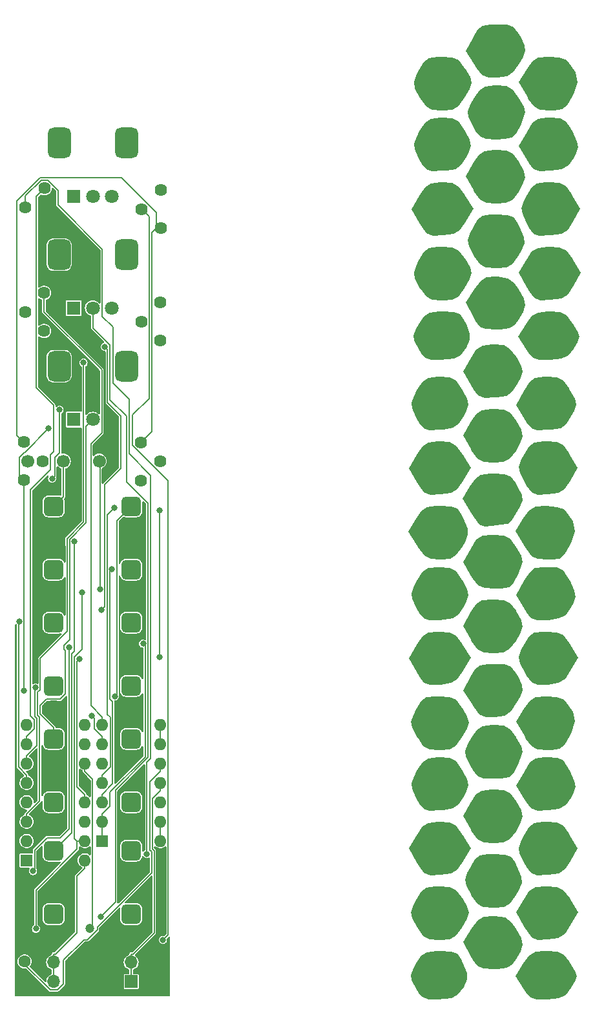
<source format=gbr>
%TF.GenerationSoftware,KiCad,Pcbnew,7.0.2*%
%TF.CreationDate,2023-06-13T14:31:56-04:00*%
%TF.ProjectId,as3340_no_mux,61733333-3430-45f6-9e6f-5f6d75782e6b,rev?*%
%TF.SameCoordinates,Original*%
%TF.FileFunction,Copper,L1,Top*%
%TF.FilePolarity,Positive*%
%FSLAX46Y46*%
G04 Gerber Fmt 4.6, Leading zero omitted, Abs format (unit mm)*
G04 Created by KiCad (PCBNEW 7.0.2) date 2023-06-13 14:31:56*
%MOMM*%
%LPD*%
G01*
G04 APERTURE LIST*
G04 Aperture macros list*
%AMRoundRect*
0 Rectangle with rounded corners*
0 $1 Rounding radius*
0 $2 $3 $4 $5 $6 $7 $8 $9 X,Y pos of 4 corners*
0 Add a 4 corners polygon primitive as box body*
4,1,4,$2,$3,$4,$5,$6,$7,$8,$9,$2,$3,0*
0 Add four circle primitives for the rounded corners*
1,1,$1+$1,$2,$3*
1,1,$1+$1,$4,$5*
1,1,$1+$1,$6,$7*
1,1,$1+$1,$8,$9*
0 Add four rect primitives between the rounded corners*
20,1,$1+$1,$2,$3,$4,$5,0*
20,1,$1+$1,$4,$5,$6,$7,0*
20,1,$1+$1,$6,$7,$8,$9,0*
20,1,$1+$1,$8,$9,$2,$3,0*%
G04 Aperture macros list end*
%TA.AperFunction,ComponentPad*%
%ADD10O,3.100000X2.300000*%
%TD*%
%TA.AperFunction,ComponentPad*%
%ADD11RoundRect,0.650000X-0.650000X-0.650000X0.650000X-0.650000X0.650000X0.650000X-0.650000X0.650000X0*%
%TD*%
%TA.AperFunction,ComponentPad*%
%ADD12C,1.600000*%
%TD*%
%TA.AperFunction,ComponentPad*%
%ADD13RoundRect,0.750000X0.750000X-1.250000X0.750000X1.250000X-0.750000X1.250000X-0.750000X-1.250000X0*%
%TD*%
%TA.AperFunction,ComponentPad*%
%ADD14C,1.800000*%
%TD*%
%TA.AperFunction,ComponentPad*%
%ADD15R,1.800000X1.800000*%
%TD*%
%TA.AperFunction,ComponentPad*%
%ADD16C,1.700000*%
%TD*%
%TA.AperFunction,ComponentPad*%
%ADD17C,1.620000*%
%TD*%
%TA.AperFunction,ComponentPad*%
%ADD18R,1.600000X1.600000*%
%TD*%
%TA.AperFunction,ComponentPad*%
%ADD19O,1.600000X1.600000*%
%TD*%
%TA.AperFunction,ComponentPad*%
%ADD20R,1.700000X1.700000*%
%TD*%
%TA.AperFunction,ComponentPad*%
%ADD21O,1.700000X1.700000*%
%TD*%
%TA.AperFunction,ComponentPad*%
%ADD22C,1.200000*%
%TD*%
%TA.AperFunction,ViaPad*%
%ADD23C,0.800000*%
%TD*%
%TA.AperFunction,Conductor*%
%ADD24C,0.200000*%
%TD*%
G04 APERTURE END LIST*
%TA.AperFunction,EtchedComponent*%
%TO.C,G\u002A\u002A\u002A*%
G36*
X249203949Y-50501375D02*
G01*
X250054358Y-50933077D01*
X250818577Y-51937640D01*
X250920507Y-52101073D01*
X251966078Y-53792842D01*
X250987025Y-55511258D01*
X250228013Y-56629381D01*
X249377996Y-57161948D01*
X248020092Y-57364974D01*
X247961981Y-57369002D01*
X246663845Y-57394645D01*
X245881250Y-57101622D01*
X245235160Y-56278679D01*
X244868744Y-55645008D01*
X243821498Y-53781685D01*
X244816375Y-52095494D01*
X245560209Y-51016178D01*
X246352781Y-50531447D01*
X247608599Y-50410378D01*
X247843094Y-50409304D01*
X249203949Y-50501375D01*
G37*
%TD.AperFunction*%
%TA.AperFunction,EtchedComponent*%
G36*
X248862685Y-134306339D02*
G01*
X249713094Y-134738041D01*
X250477313Y-135742604D01*
X250579243Y-135906037D01*
X251624814Y-137597806D01*
X250645761Y-139316222D01*
X249886749Y-140434345D01*
X249036732Y-140966912D01*
X247678828Y-141169938D01*
X247620717Y-141173966D01*
X246322581Y-141199609D01*
X245539986Y-140906586D01*
X244893896Y-140083643D01*
X244527480Y-139449972D01*
X243480234Y-137586649D01*
X244475111Y-135900458D01*
X245218945Y-134821142D01*
X246011517Y-134336411D01*
X247267335Y-134215342D01*
X247501830Y-134214268D01*
X248862685Y-134306339D01*
G37*
%TD.AperFunction*%
%TA.AperFunction,EtchedComponent*%
G36*
X235114188Y-42038504D02*
G01*
X235960338Y-42485385D01*
X236739370Y-43522200D01*
X236829019Y-43666157D01*
X237894213Y-45389677D01*
X236919015Y-47076342D01*
X236162776Y-48170512D01*
X235309097Y-48695130D01*
X233945751Y-48897422D01*
X233874348Y-48902336D01*
X232545638Y-48926925D01*
X231755118Y-48625863D01*
X231107020Y-47786267D01*
X230795920Y-47246462D01*
X229786960Y-45451261D01*
X230789543Y-43696949D01*
X231532952Y-42573999D01*
X232308116Y-42070183D01*
X233526528Y-41943940D01*
X233777976Y-41942637D01*
X235114188Y-42038504D01*
G37*
%TD.AperFunction*%
%TA.AperFunction,EtchedComponent*%
G36*
X234772924Y-125843468D02*
G01*
X235619074Y-126290349D01*
X236398106Y-127327164D01*
X236487755Y-127471121D01*
X237552949Y-129194641D01*
X236577751Y-130881306D01*
X235821512Y-131975476D01*
X234967833Y-132500094D01*
X233604487Y-132702386D01*
X233533084Y-132707300D01*
X232204374Y-132731889D01*
X231413854Y-132430827D01*
X230765756Y-131591231D01*
X230454656Y-131051426D01*
X229445696Y-129256225D01*
X230448279Y-127501913D01*
X231191688Y-126378963D01*
X231966852Y-125875147D01*
X233185264Y-125748904D01*
X233436712Y-125747601D01*
X234772924Y-125843468D01*
G37*
%TD.AperFunction*%
%TA.AperFunction,EtchedComponent*%
G36*
X234772924Y-100913839D02*
G01*
X235619074Y-101360720D01*
X236398106Y-102397534D01*
X236487755Y-102541491D01*
X237552949Y-104265012D01*
X236577751Y-105951677D01*
X235821512Y-107045846D01*
X234967833Y-107570464D01*
X233604487Y-107772757D01*
X233533084Y-107777670D01*
X232204374Y-107802260D01*
X231413854Y-107501197D01*
X230765756Y-106661601D01*
X230454656Y-106121797D01*
X229445696Y-104326595D01*
X230448279Y-102572283D01*
X231191688Y-101449333D01*
X231966852Y-100945517D01*
X233185264Y-100819274D01*
X233436712Y-100817971D01*
X234772924Y-100913839D01*
G37*
%TD.AperFunction*%
%TA.AperFunction,EtchedComponent*%
G36*
X234772924Y-75984209D02*
G01*
X235619074Y-76431090D01*
X236398106Y-77467905D01*
X236487755Y-77611862D01*
X237552949Y-79335382D01*
X236577751Y-81022047D01*
X235821512Y-82116217D01*
X234967833Y-82640835D01*
X233604487Y-82843127D01*
X233533084Y-82848041D01*
X232204374Y-82872630D01*
X231413854Y-82571568D01*
X230765756Y-81731972D01*
X230454656Y-81192167D01*
X229445696Y-79396965D01*
X230448279Y-77642654D01*
X231191688Y-76519704D01*
X231966852Y-76015887D01*
X233185264Y-75889644D01*
X233436712Y-75888342D01*
X234772924Y-75984209D01*
G37*
%TD.AperFunction*%
%TA.AperFunction,EtchedComponent*%
G36*
X249177973Y-25608208D02*
G01*
X250136764Y-25929858D01*
X250302028Y-26067637D01*
X251266782Y-27522818D01*
X251529696Y-28763735D01*
X251136959Y-30146605D01*
X250895814Y-30647062D01*
X250216487Y-31823988D01*
X249533709Y-32371543D01*
X248476657Y-32526397D01*
X247943029Y-32531607D01*
X246651306Y-32447128D01*
X245843656Y-32043867D01*
X245136170Y-31088009D01*
X244895904Y-30675786D01*
X243838294Y-28823588D01*
X244824773Y-27151631D01*
X245569818Y-26076240D01*
X246371137Y-25596693D01*
X247646121Y-25480300D01*
X247823863Y-25479674D01*
X249177973Y-25608208D01*
G37*
%TD.AperFunction*%
%TA.AperFunction,EtchedComponent*%
G36*
X248831065Y-84483036D02*
G01*
X249792625Y-84803568D01*
X249960764Y-84942971D01*
X250925518Y-86398152D01*
X251188432Y-87639069D01*
X250795695Y-89021940D01*
X250554550Y-89522396D01*
X249875223Y-90699323D01*
X249192445Y-91246878D01*
X248135393Y-91401731D01*
X247601765Y-91406941D01*
X246324695Y-91325744D01*
X245521380Y-90934694D01*
X244819891Y-90003652D01*
X244528146Y-89505085D01*
X243444042Y-87606852D01*
X244448917Y-85980930D01*
X245215222Y-84932304D01*
X246045623Y-84465829D01*
X247361117Y-84355266D01*
X247474501Y-84355008D01*
X248831065Y-84483036D01*
G37*
%TD.AperFunction*%
%TA.AperFunction,EtchedComponent*%
G36*
X248836709Y-109413172D02*
G01*
X249795500Y-109734822D01*
X249960764Y-109872601D01*
X250925518Y-111327782D01*
X251188432Y-112568699D01*
X250795695Y-113951569D01*
X250554550Y-114452026D01*
X249875223Y-115628952D01*
X249192445Y-116176507D01*
X248135393Y-116331361D01*
X247601765Y-116336571D01*
X246310042Y-116252092D01*
X245502392Y-115848831D01*
X244794906Y-114892973D01*
X244554640Y-114480750D01*
X243497030Y-112628552D01*
X244483509Y-110956595D01*
X245228554Y-109881204D01*
X246029873Y-109401657D01*
X247304857Y-109285264D01*
X247482599Y-109284638D01*
X248836709Y-109413172D01*
G37*
%TD.AperFunction*%
%TA.AperFunction,EtchedComponent*%
G36*
X249262953Y-58963576D02*
G01*
X250108265Y-59360533D01*
X250813344Y-60268049D01*
X250897559Y-60404674D01*
X251550266Y-61508721D01*
X251754088Y-62199989D01*
X251522419Y-62885025D01*
X251007520Y-63742533D01*
X250319614Y-64604658D01*
X249405736Y-65039468D01*
X247958212Y-65218262D01*
X246562640Y-65245896D01*
X245730124Y-64995314D01*
X245089426Y-64298261D01*
X244744848Y-63761885D01*
X243760121Y-62168563D01*
X244777588Y-60522267D01*
X245532259Y-59476757D01*
X246335292Y-59000913D01*
X247596059Y-58877521D01*
X247880273Y-58875970D01*
X249262953Y-58963576D01*
G37*
%TD.AperFunction*%
%TA.AperFunction,EtchedComponent*%
G36*
X248921689Y-142768540D02*
G01*
X249767001Y-143165497D01*
X250472080Y-144073013D01*
X250556295Y-144209638D01*
X251209002Y-145313685D01*
X251412824Y-146004953D01*
X251181155Y-146689989D01*
X250666256Y-147547497D01*
X249978350Y-148409622D01*
X249064472Y-148844432D01*
X247616948Y-149023226D01*
X246221376Y-149050860D01*
X245388860Y-148800278D01*
X244748162Y-148103225D01*
X244403584Y-147566849D01*
X243418857Y-145973527D01*
X244436324Y-144327231D01*
X245190995Y-143281721D01*
X245994028Y-142805877D01*
X247254795Y-142682485D01*
X247539009Y-142680934D01*
X248921689Y-142768540D01*
G37*
%TD.AperFunction*%
%TA.AperFunction,EtchedComponent*%
G36*
X242247675Y-37804324D02*
G01*
X243090840Y-38229486D01*
X243815660Y-39194944D01*
X243842003Y-39238007D01*
X244521022Y-40444804D01*
X244698809Y-41298353D01*
X244370771Y-42214988D01*
X243798485Y-43180636D01*
X243027114Y-44218215D01*
X242167491Y-44667979D01*
X240858670Y-44761236D01*
X239559884Y-44669055D01*
X238749615Y-44238921D01*
X238028599Y-43231154D01*
X237878961Y-42972505D01*
X236859963Y-41187397D01*
X237853823Y-39448351D01*
X238588131Y-38338718D01*
X239359066Y-37838680D01*
X240579225Y-37711037D01*
X240878808Y-37709304D01*
X242247675Y-37804324D01*
G37*
%TD.AperFunction*%
%TA.AperFunction,EtchedComponent*%
G36*
X241034122Y-54300641D02*
G01*
X242402463Y-54512764D01*
X243278915Y-55123432D01*
X243856320Y-55963042D01*
X244527057Y-57186432D01*
X244709040Y-58036309D01*
X244413169Y-58936243D01*
X243954440Y-59775618D01*
X243335680Y-60670934D01*
X242592253Y-61095861D01*
X241366275Y-61220572D01*
X240906593Y-61224848D01*
X239519492Y-61168437D01*
X238711000Y-60858504D01*
X238120298Y-60091209D01*
X237789603Y-59463933D01*
X236897313Y-57700044D01*
X238015253Y-55946938D01*
X238813278Y-54843708D01*
X239576222Y-54361436D01*
X240699374Y-54284556D01*
X241034122Y-54300641D01*
G37*
%TD.AperFunction*%
%TA.AperFunction,EtchedComponent*%
G36*
X241906411Y-121609288D02*
G01*
X242749576Y-122034450D01*
X243474396Y-122999908D01*
X243500739Y-123042971D01*
X244179758Y-124249768D01*
X244357545Y-125103317D01*
X244029507Y-126019952D01*
X243457221Y-126985600D01*
X242685850Y-128023179D01*
X241826227Y-128472943D01*
X240517406Y-128566200D01*
X239218620Y-128474019D01*
X238408351Y-128043885D01*
X237687335Y-127036118D01*
X237537697Y-126777469D01*
X236518699Y-124992361D01*
X237512559Y-123253315D01*
X238246867Y-122143682D01*
X239017802Y-121643644D01*
X240237961Y-121516001D01*
X240537544Y-121514268D01*
X241906411Y-121609288D01*
G37*
%TD.AperFunction*%
%TA.AperFunction,EtchedComponent*%
G36*
X241906411Y-96679658D02*
G01*
X242749576Y-97104820D01*
X243474396Y-98070278D01*
X243500739Y-98113342D01*
X244179758Y-99320138D01*
X244357545Y-100173687D01*
X244029507Y-101090322D01*
X243457221Y-102055970D01*
X242685850Y-103093550D01*
X241826227Y-103543314D01*
X240517406Y-103636571D01*
X239218620Y-103544390D01*
X238408351Y-103114255D01*
X237687335Y-102106489D01*
X237537697Y-101847840D01*
X236518699Y-100062732D01*
X237512559Y-98323685D01*
X238246867Y-97214052D01*
X239017802Y-96714015D01*
X240237961Y-96586371D01*
X240537544Y-96584638D01*
X241906411Y-96679658D01*
G37*
%TD.AperFunction*%
%TA.AperFunction,EtchedComponent*%
G36*
X241906411Y-71750028D02*
G01*
X242749576Y-72175190D01*
X243474396Y-73140649D01*
X243500739Y-73183712D01*
X244179758Y-74390508D01*
X244357545Y-75244058D01*
X244029507Y-76160693D01*
X243457221Y-77126341D01*
X242685850Y-78163920D01*
X241826227Y-78613684D01*
X240517406Y-78706941D01*
X239218620Y-78614760D01*
X238408351Y-78184626D01*
X237687335Y-77176859D01*
X237537697Y-76918210D01*
X236518699Y-75133102D01*
X237512559Y-73394055D01*
X238246867Y-72284423D01*
X239017802Y-71784385D01*
X240237961Y-71656741D01*
X240537544Y-71655008D01*
X241906411Y-71750028D01*
G37*
%TD.AperFunction*%
%TA.AperFunction,EtchedComponent*%
G36*
X240692858Y-138105605D02*
G01*
X242061199Y-138317728D01*
X242937651Y-138928396D01*
X243515056Y-139768006D01*
X244185793Y-140991396D01*
X244367776Y-141841273D01*
X244071905Y-142741207D01*
X243613176Y-143580582D01*
X242994416Y-144475898D01*
X242250989Y-144900825D01*
X241025011Y-145025536D01*
X240565329Y-145029812D01*
X239178228Y-144973401D01*
X238369736Y-144663468D01*
X237779034Y-143896173D01*
X237448339Y-143268897D01*
X236556049Y-141505008D01*
X237673989Y-139751902D01*
X238472014Y-138648672D01*
X239234958Y-138166400D01*
X240358110Y-138089520D01*
X240692858Y-138105605D01*
G37*
%TD.AperFunction*%
%TA.AperFunction,EtchedComponent*%
G36*
X242317942Y-21308346D02*
G01*
X243142222Y-21622680D01*
X243752454Y-22381818D01*
X244048058Y-22909199D01*
X244585280Y-23992850D01*
X244684597Y-24750643D01*
X244332892Y-25630883D01*
X243948293Y-26319385D01*
X243153865Y-27478285D01*
X242268829Y-28022927D01*
X241066328Y-28210213D01*
X239837854Y-28222732D01*
X239046414Y-27882674D01*
X238310825Y-26982783D01*
X238038475Y-26563917D01*
X236897313Y-24774118D01*
X237789603Y-23010230D01*
X238406142Y-21935764D01*
X239057776Y-21419033D01*
X240103869Y-21257366D01*
X240917221Y-21246341D01*
X242317942Y-21308346D01*
G37*
%TD.AperFunction*%
%TA.AperFunction,EtchedComponent*%
G36*
X241976678Y-105113310D02*
G01*
X242800958Y-105427644D01*
X243411190Y-106186782D01*
X243706794Y-106714163D01*
X244244016Y-107797814D01*
X244343333Y-108555607D01*
X243991628Y-109435847D01*
X243607029Y-110124349D01*
X242812601Y-111283249D01*
X241927565Y-111827891D01*
X240725064Y-112015177D01*
X239496590Y-112027696D01*
X238705150Y-111687638D01*
X237969561Y-110787747D01*
X237697211Y-110368881D01*
X236556049Y-108579082D01*
X237448339Y-106815194D01*
X238064878Y-105740728D01*
X238716512Y-105223997D01*
X239762605Y-105062330D01*
X240575957Y-105051305D01*
X241976678Y-105113310D01*
G37*
%TD.AperFunction*%
%TA.AperFunction,EtchedComponent*%
G36*
X249214240Y-33550583D02*
G01*
X249985387Y-33926083D01*
X250621254Y-34840909D01*
X250908134Y-35388286D01*
X251485324Y-36597633D01*
X251636230Y-37383607D01*
X251373281Y-38155014D01*
X251011824Y-38798471D01*
X250313016Y-39763350D01*
X249450277Y-40239469D01*
X248041981Y-40433742D01*
X247989342Y-40437246D01*
X246627331Y-40465818D01*
X245816533Y-40194275D01*
X245174017Y-39433709D01*
X244838528Y-38882882D01*
X243838294Y-37187612D01*
X244895904Y-35335414D01*
X245645926Y-34176388D01*
X246385207Y-33637506D01*
X247497655Y-33484952D01*
X247943029Y-33479593D01*
X249214240Y-33550583D01*
G37*
%TD.AperFunction*%
%TA.AperFunction,EtchedComponent*%
G36*
X249156074Y-42026550D02*
G01*
X249990252Y-42433289D01*
X250713222Y-43395353D01*
X250885101Y-43682189D01*
X251911462Y-45421741D01*
X250959717Y-47092374D01*
X250232637Y-48162509D01*
X249407197Y-48683875D01*
X248085441Y-48891289D01*
X247887108Y-48905394D01*
X246548973Y-48938728D01*
X245773343Y-48670110D01*
X245187336Y-47897803D01*
X244850290Y-47262404D01*
X244298064Y-46096901D01*
X244182450Y-45292785D01*
X244501538Y-44379161D01*
X244835893Y-43709832D01*
X245491724Y-42595669D01*
X246194925Y-42085333D01*
X247334839Y-41946550D01*
X247798094Y-41942637D01*
X249156074Y-42026550D01*
G37*
%TD.AperFunction*%
%TA.AperFunction,EtchedComponent*%
G36*
X248836472Y-100905103D02*
G01*
X249687502Y-101317490D01*
X250436400Y-102281616D01*
X250579243Y-102509740D01*
X251624814Y-104201509D01*
X250645761Y-105919925D01*
X249886749Y-107038049D01*
X249036732Y-107570615D01*
X247678828Y-107773642D01*
X247620717Y-107777670D01*
X246299776Y-107800522D01*
X245513706Y-107490936D01*
X244863926Y-106633342D01*
X244576789Y-106131374D01*
X243975933Y-104981277D01*
X243825197Y-104197835D01*
X244113398Y-103327830D01*
X244489196Y-102581860D01*
X245150428Y-101470698D01*
X245857154Y-100961036D01*
X246999156Y-100821957D01*
X247466606Y-100817971D01*
X248836472Y-100905103D01*
G37*
%TD.AperFunction*%
%TA.AperFunction,EtchedComponent*%
G36*
X248816033Y-75972475D02*
G01*
X249650135Y-76380088D01*
X250373752Y-77344002D01*
X250543837Y-77627894D01*
X251570198Y-79367446D01*
X250618453Y-81038079D01*
X249870424Y-82128022D01*
X249012350Y-82648018D01*
X247631424Y-82847309D01*
X247620717Y-82848041D01*
X246299776Y-82870892D01*
X245513706Y-82561307D01*
X244863926Y-81703712D01*
X244576789Y-81201744D01*
X243975933Y-80051648D01*
X243825197Y-79268206D01*
X244113398Y-78398201D01*
X244489196Y-77652231D01*
X245152147Y-76539197D01*
X245861387Y-76029948D01*
X247008177Y-75892058D01*
X247458508Y-75888342D01*
X248816033Y-75972475D01*
G37*
%TD.AperFunction*%
%TA.AperFunction,EtchedComponent*%
G36*
X248852563Y-67512238D02*
G01*
X249678503Y-67942852D01*
X250420774Y-68951908D01*
X250560642Y-69185564D01*
X251189279Y-70322370D01*
X251353809Y-71089117D01*
X251075206Y-71921778D01*
X250724696Y-72595749D01*
X250063013Y-73633447D01*
X249293905Y-74147001D01*
X248041620Y-74356362D01*
X247671541Y-74382951D01*
X246302549Y-74413218D01*
X245488296Y-74149365D01*
X244848868Y-73404152D01*
X244488866Y-72814353D01*
X243480234Y-71104850D01*
X244515264Y-69263262D01*
X245253532Y-68107550D01*
X245988738Y-67573446D01*
X247106339Y-67425793D01*
X247533885Y-67421675D01*
X248852563Y-67512238D01*
G37*
%TD.AperFunction*%
%TA.AperFunction,EtchedComponent*%
G36*
X248859528Y-92422778D02*
G01*
X249636883Y-92793955D01*
X250271246Y-93699973D01*
X250566870Y-94263620D01*
X251144060Y-95472967D01*
X251294966Y-96258941D01*
X251032017Y-97030349D01*
X250670560Y-97673806D01*
X249971752Y-98638685D01*
X249109013Y-99114803D01*
X247700717Y-99309076D01*
X247648078Y-99312581D01*
X246286554Y-99341333D01*
X245475489Y-99069305D01*
X244831079Y-98305931D01*
X244488866Y-97743983D01*
X243480234Y-96034479D01*
X244515264Y-94192892D01*
X245251214Y-93038618D01*
X245984805Y-92504583D01*
X247105771Y-92355889D01*
X247570787Y-92351305D01*
X248859528Y-92422778D01*
G37*
%TD.AperFunction*%
%TA.AperFunction,EtchedComponent*%
G36*
X248872976Y-117355547D02*
G01*
X249644123Y-117731047D01*
X250279990Y-118645873D01*
X250566870Y-119193250D01*
X251144060Y-120402597D01*
X251294966Y-121188571D01*
X251032017Y-121959978D01*
X250670560Y-122603435D01*
X249971752Y-123568314D01*
X249109013Y-124044433D01*
X247700717Y-124238706D01*
X247648078Y-124242210D01*
X246286067Y-124270782D01*
X245475269Y-123999239D01*
X244832753Y-123238673D01*
X244497264Y-122687846D01*
X243497030Y-120992576D01*
X244554640Y-119140378D01*
X245304662Y-117981352D01*
X246043943Y-117442470D01*
X247156391Y-117289916D01*
X247601765Y-117284557D01*
X248872976Y-117355547D01*
G37*
%TD.AperFunction*%
%TA.AperFunction,EtchedComponent*%
G36*
X248814810Y-125831514D02*
G01*
X249648988Y-126238253D01*
X250371958Y-127200317D01*
X250543837Y-127487153D01*
X251570198Y-129226705D01*
X250618453Y-130897338D01*
X249891373Y-131967473D01*
X249065933Y-132488839D01*
X247744177Y-132696253D01*
X247545844Y-132710358D01*
X246207709Y-132743692D01*
X245432079Y-132475074D01*
X244846072Y-131702767D01*
X244509026Y-131067368D01*
X243956800Y-129901865D01*
X243841186Y-129097749D01*
X244160274Y-128184125D01*
X244494629Y-127514796D01*
X245150460Y-126400633D01*
X245853661Y-125890297D01*
X246993575Y-125751514D01*
X247456830Y-125747601D01*
X248814810Y-125831514D01*
G37*
%TD.AperFunction*%
%TA.AperFunction,EtchedComponent*%
G36*
X241857469Y-88221346D02*
G01*
X242705793Y-88688817D01*
X243497081Y-89766735D01*
X243514706Y-89795208D01*
X244141507Y-90894135D01*
X244301368Y-91686153D01*
X244020729Y-92632736D01*
X243716817Y-93322985D01*
X243140099Y-94455342D01*
X242526272Y-94995790D01*
X241519291Y-95162326D01*
X240694379Y-95173527D01*
X239304703Y-95105905D01*
X238470480Y-94763481D01*
X237808703Y-93936920D01*
X237512559Y-93434480D01*
X236518699Y-91695433D01*
X237537697Y-89910325D01*
X238284741Y-88774387D01*
X239049848Y-88258816D01*
X240232281Y-88123935D01*
X240517406Y-88121594D01*
X241857469Y-88221346D01*
G37*
%TD.AperFunction*%
%TA.AperFunction,EtchedComponent*%
G36*
X241841410Y-63287699D02*
G01*
X242684230Y-63740425D01*
X243466908Y-64788975D01*
X243540015Y-64906529D01*
X244183655Y-66016373D01*
X244352860Y-66768599D01*
X244067868Y-67605769D01*
X243695971Y-68316715D01*
X243012429Y-69391650D01*
X242232614Y-69916862D01*
X240969622Y-70125744D01*
X240660507Y-70147799D01*
X239309972Y-70175578D01*
X238508369Y-69896885D01*
X237870001Y-69112276D01*
X237524843Y-68526345D01*
X236518699Y-66765804D01*
X237537697Y-64980695D01*
X238284741Y-63844757D01*
X239049848Y-63329187D01*
X240232281Y-63194305D01*
X240517406Y-63191965D01*
X241841410Y-63287699D01*
G37*
%TD.AperFunction*%
%TA.AperFunction,EtchedComponent*%
G36*
X234973516Y-84408124D02*
G01*
X235761533Y-84704178D01*
X236304190Y-85448235D01*
X236637395Y-86152624D01*
X237117733Y-87336032D01*
X237168934Y-88161104D01*
X236762822Y-89100702D01*
X236427186Y-89680402D01*
X235650379Y-90801432D01*
X234841169Y-91297548D01*
X233601366Y-91410549D01*
X233578019Y-91410564D01*
X232353115Y-91303427D01*
X231507392Y-90831656D01*
X230664882Y-89769711D01*
X230545997Y-89591688D01*
X229342323Y-87772813D01*
X230350600Y-86063911D01*
X231054279Y-85016061D01*
X231779667Y-84515667D01*
X232905237Y-84363246D01*
X233592830Y-84355008D01*
X234973516Y-84408124D01*
G37*
%TD.AperFunction*%
%TA.AperFunction,EtchedComponent*%
G36*
X242003158Y-80187309D02*
G01*
X242822106Y-80514802D01*
X243436778Y-81300040D01*
X243697874Y-81767971D01*
X244242296Y-82877981D01*
X244325889Y-83655624D01*
X243948653Y-84588673D01*
X243697874Y-85060564D01*
X243010286Y-86107206D01*
X242396858Y-86673802D01*
X242271490Y-86706860D01*
X241449443Y-86793926D01*
X240299982Y-86993203D01*
X239371696Y-87081225D01*
X238695719Y-86763592D01*
X237978334Y-85859157D01*
X237659498Y-85364727D01*
X236450726Y-83449909D01*
X237432579Y-81785792D01*
X238131630Y-80756929D01*
X238870364Y-80270798D01*
X240030456Y-80127686D01*
X240612859Y-80121675D01*
X242003158Y-80187309D01*
G37*
%TD.AperFunction*%
%TA.AperFunction,EtchedComponent*%
G36*
X242198733Y-29346012D02*
G01*
X243047057Y-29813483D01*
X243838345Y-30891401D01*
X243855970Y-30919873D01*
X244482771Y-32018801D01*
X244642632Y-32810818D01*
X244361993Y-33757402D01*
X244058081Y-34447651D01*
X243494026Y-35563554D01*
X242898466Y-36106878D01*
X241926736Y-36283127D01*
X240954425Y-36298193D01*
X239551586Y-36242662D01*
X238732468Y-35944533D01*
X238141141Y-35206496D01*
X237783422Y-34540352D01*
X237243809Y-33404001D01*
X237138518Y-32624393D01*
X237481262Y-31747124D01*
X237889777Y-31016197D01*
X238635667Y-29887105D01*
X239408484Y-29378165D01*
X240613063Y-29248031D01*
X240858670Y-29246260D01*
X242198733Y-29346012D01*
G37*
%TD.AperFunction*%
%TA.AperFunction,EtchedComponent*%
G36*
X242346684Y-46226478D02*
G01*
X243141405Y-46511306D01*
X243681167Y-47230408D01*
X244034215Y-47973586D01*
X244514552Y-49156994D01*
X244565753Y-49982066D01*
X244159642Y-50921664D01*
X243824005Y-51501363D01*
X243058905Y-52614993D01*
X242260722Y-53110054D01*
X241014273Y-53227624D01*
X240850572Y-53227903D01*
X239549574Y-53133400D01*
X238738408Y-52695203D01*
X238013282Y-51671930D01*
X237889777Y-51457966D01*
X237281423Y-50316521D01*
X237129042Y-49535770D01*
X237418920Y-48661308D01*
X237783422Y-47933811D01*
X238401305Y-46869157D01*
X239050908Y-46353103D01*
X240088161Y-46188340D01*
X240954425Y-46175970D01*
X242346684Y-46226478D01*
G37*
%TD.AperFunction*%
%TA.AperFunction,EtchedComponent*%
G36*
X241857469Y-113150976D02*
G01*
X242705793Y-113618447D01*
X243497081Y-114696365D01*
X243514706Y-114724837D01*
X244141507Y-115823765D01*
X244301368Y-116615782D01*
X244020729Y-117562366D01*
X243716817Y-118252615D01*
X243152762Y-119368518D01*
X242557202Y-119911842D01*
X241585472Y-120088091D01*
X240613161Y-120103157D01*
X239210322Y-120047626D01*
X238391204Y-119749497D01*
X237799877Y-119011460D01*
X237442158Y-118345316D01*
X236902545Y-117208965D01*
X236797254Y-116429357D01*
X237139998Y-115552088D01*
X237548513Y-114821161D01*
X238294403Y-113692069D01*
X239067220Y-113183129D01*
X240271799Y-113052995D01*
X240517406Y-113051224D01*
X241857469Y-113150976D01*
G37*
%TD.AperFunction*%
%TA.AperFunction,EtchedComponent*%
G36*
X242005420Y-130031442D02*
G01*
X242800141Y-130316270D01*
X243339903Y-131035372D01*
X243692951Y-131778550D01*
X244173288Y-132961958D01*
X244224489Y-133787030D01*
X243818378Y-134726628D01*
X243482741Y-135306327D01*
X242717641Y-136419957D01*
X241919458Y-136915018D01*
X240673009Y-137032588D01*
X240509308Y-137032867D01*
X239208310Y-136938364D01*
X238397144Y-136500167D01*
X237672018Y-135476894D01*
X237548513Y-135262930D01*
X236940159Y-134121485D01*
X236787778Y-133340734D01*
X237077656Y-132466272D01*
X237442158Y-131738775D01*
X238060041Y-130674121D01*
X238709644Y-130158067D01*
X239746897Y-129993304D01*
X240613161Y-129980934D01*
X242005420Y-130031442D01*
G37*
%TD.AperFunction*%
%TA.AperFunction,EtchedComponent*%
G36*
X235131835Y-50493495D02*
G01*
X235978747Y-50877372D01*
X236675002Y-51757883D01*
X236786448Y-51938007D01*
X237439610Y-53063659D01*
X237642063Y-53831628D01*
X237388443Y-54642257D01*
X236734831Y-55791676D01*
X235973965Y-56882346D01*
X235150856Y-57357423D01*
X233835209Y-57461278D01*
X233795016Y-57461236D01*
X232494018Y-57366733D01*
X231682852Y-56928536D01*
X230957727Y-55905263D01*
X230834222Y-55691299D01*
X230225868Y-54549854D01*
X230073486Y-53769104D01*
X230363364Y-52894641D01*
X230727866Y-52167144D01*
X231374499Y-51070050D01*
X232065359Y-50559943D01*
X233180988Y-50414896D01*
X233742036Y-50409304D01*
X235131835Y-50493495D01*
G37*
%TD.AperFunction*%
%TA.AperFunction,EtchedComponent*%
G36*
X235131835Y-25563866D02*
G01*
X235978747Y-25947742D01*
X236675002Y-26828253D01*
X236786448Y-27008378D01*
X237439610Y-28134030D01*
X237642063Y-28901998D01*
X237388443Y-29712627D01*
X236734831Y-30862047D01*
X235973965Y-31952717D01*
X235150856Y-32427794D01*
X233835209Y-32531648D01*
X233795016Y-32531607D01*
X232494018Y-32437103D01*
X231682852Y-31998907D01*
X230957727Y-30975634D01*
X230834222Y-30761669D01*
X230225868Y-29620225D01*
X230073486Y-28839474D01*
X230363364Y-27965011D01*
X230727866Y-27237514D01*
X231374499Y-26140420D01*
X232065359Y-25630314D01*
X233180988Y-25485266D01*
X233742036Y-25479674D01*
X235131835Y-25563866D01*
G37*
%TD.AperFunction*%
%TA.AperFunction,EtchedComponent*%
G36*
X234790571Y-134298459D02*
G01*
X235637483Y-134682336D01*
X236333738Y-135562847D01*
X236445184Y-135742971D01*
X237098346Y-136868623D01*
X237300799Y-137636592D01*
X237047179Y-138447221D01*
X236393567Y-139596640D01*
X235632701Y-140687310D01*
X234809592Y-141162387D01*
X233493945Y-141266242D01*
X233453752Y-141266200D01*
X232152754Y-141171697D01*
X231341588Y-140733500D01*
X230616463Y-139710227D01*
X230492958Y-139496263D01*
X229884604Y-138354818D01*
X229732222Y-137574068D01*
X230022100Y-136699605D01*
X230386602Y-135972108D01*
X231033235Y-134875014D01*
X231724095Y-134364907D01*
X232839724Y-134219860D01*
X233400772Y-134214268D01*
X234790571Y-134298459D01*
G37*
%TD.AperFunction*%
%TA.AperFunction,EtchedComponent*%
G36*
X234790571Y-109368830D02*
G01*
X235637483Y-109752706D01*
X236333738Y-110633217D01*
X236445184Y-110813342D01*
X237098346Y-111938994D01*
X237300799Y-112706962D01*
X237047179Y-113517591D01*
X236393567Y-114667011D01*
X235632701Y-115757681D01*
X234809592Y-116232758D01*
X233493945Y-116336612D01*
X233453752Y-116336571D01*
X232152754Y-116242067D01*
X231341588Y-115803871D01*
X230616463Y-114780598D01*
X230492958Y-114566633D01*
X229884604Y-113425189D01*
X229732222Y-112644438D01*
X230022100Y-111769975D01*
X230386602Y-111042478D01*
X231033235Y-109945384D01*
X231724095Y-109435278D01*
X232839724Y-109290230D01*
X233400772Y-109284638D01*
X234790571Y-109368830D01*
G37*
%TD.AperFunction*%
%TA.AperFunction,EtchedComponent*%
G36*
X235302660Y-58934639D02*
G01*
X236097571Y-59239651D01*
X236653064Y-59984516D01*
X236931195Y-60542075D01*
X237415216Y-61723208D01*
X237438154Y-62576793D01*
X237011928Y-63588464D01*
X237006234Y-63599482D01*
X236247593Y-64586158D01*
X235396664Y-65068579D01*
X235358102Y-65073100D01*
X233496692Y-65215314D01*
X232324945Y-65189657D01*
X231596893Y-64926155D01*
X231066565Y-64354834D01*
X230687173Y-63744304D01*
X230118282Y-62701896D01*
X230013505Y-61980076D01*
X230378715Y-61124378D01*
X230728802Y-60522267D01*
X231419015Y-59507912D01*
X232153310Y-59026219D01*
X233308918Y-58882483D01*
X233918413Y-58875970D01*
X235302660Y-58934639D01*
G37*
%TD.AperFunction*%
%TA.AperFunction,EtchedComponent*%
G36*
X234961396Y-142739603D02*
G01*
X235756307Y-143044615D01*
X236311800Y-143789480D01*
X236589931Y-144347039D01*
X237073952Y-145528172D01*
X237096890Y-146381757D01*
X236670664Y-147393428D01*
X236664970Y-147404446D01*
X235906329Y-148391122D01*
X235055400Y-148873543D01*
X235016838Y-148878064D01*
X233155428Y-149020278D01*
X231983681Y-148994621D01*
X231255629Y-148731119D01*
X230725301Y-148159798D01*
X230345909Y-147549268D01*
X229777018Y-146506860D01*
X229672241Y-145785040D01*
X230037451Y-144929342D01*
X230387538Y-144327231D01*
X231077751Y-143312876D01*
X231812046Y-142831183D01*
X232967654Y-142687447D01*
X233577149Y-142680934D01*
X234961396Y-142739603D01*
G37*
%TD.AperFunction*%
%TA.AperFunction,EtchedComponent*%
G36*
X235096313Y-33570002D02*
G01*
X235917241Y-34006039D01*
X236662658Y-35025594D01*
X236790795Y-35239859D01*
X237419432Y-36376665D01*
X237583962Y-37143412D01*
X237305359Y-37976073D01*
X236954849Y-38650044D01*
X236301189Y-39679577D01*
X235544725Y-40193500D01*
X234315584Y-40405959D01*
X233865434Y-40438727D01*
X232497291Y-40477237D01*
X231706456Y-40238178D01*
X231133716Y-39532999D01*
X230740586Y-38798479D01*
X230192516Y-37649024D01*
X230080476Y-36867316D01*
X230416503Y-35997050D01*
X230834222Y-35249531D01*
X231580701Y-34120070D01*
X232353955Y-33611114D01*
X233557775Y-33481280D01*
X233795016Y-33479593D01*
X235096313Y-33570002D01*
G37*
%TD.AperFunction*%
%TA.AperFunction,EtchedComponent*%
G36*
X234755049Y-117374966D02*
G01*
X235575977Y-117811003D01*
X236321394Y-118830558D01*
X236449531Y-119044823D01*
X237078168Y-120181629D01*
X237242698Y-120948376D01*
X236964095Y-121781037D01*
X236613585Y-122455008D01*
X235959925Y-123484541D01*
X235203461Y-123998464D01*
X233974320Y-124210923D01*
X233524170Y-124243691D01*
X232156027Y-124282201D01*
X231365192Y-124043142D01*
X230792452Y-123337963D01*
X230399322Y-122603443D01*
X229851252Y-121453988D01*
X229739212Y-120672280D01*
X230075239Y-119802014D01*
X230492958Y-119054495D01*
X231239437Y-117925034D01*
X232012691Y-117416078D01*
X233216511Y-117286244D01*
X233453752Y-117284557D01*
X234755049Y-117374966D01*
G37*
%TD.AperFunction*%
%TA.AperFunction,EtchedComponent*%
G36*
X234755049Y-92445336D02*
G01*
X235575977Y-92881374D01*
X236321394Y-93900928D01*
X236449531Y-94115194D01*
X237078168Y-95252000D01*
X237242698Y-96018746D01*
X236964095Y-96851407D01*
X236613585Y-97525379D01*
X235959925Y-98554911D01*
X235203461Y-99068835D01*
X233974320Y-99281293D01*
X233524170Y-99314061D01*
X232156027Y-99352571D01*
X231365192Y-99113513D01*
X230792452Y-98408334D01*
X230399322Y-97673814D01*
X229851252Y-96524359D01*
X229739212Y-95742650D01*
X230075239Y-94872384D01*
X230492958Y-94124865D01*
X231239437Y-92995404D01*
X232012691Y-92486448D01*
X233216511Y-92356614D01*
X233453752Y-92354928D01*
X234755049Y-92445336D01*
G37*
%TD.AperFunction*%
%TA.AperFunction,EtchedComponent*%
G36*
X234755049Y-67515706D02*
G01*
X235575977Y-67951744D01*
X236321394Y-68971299D01*
X236449531Y-69185564D01*
X237078168Y-70322370D01*
X237242698Y-71089117D01*
X236964095Y-71921778D01*
X236613585Y-72595749D01*
X235959925Y-73625282D01*
X235203461Y-74139205D01*
X233974320Y-74351663D01*
X233524170Y-74384432D01*
X232156027Y-74422942D01*
X231365192Y-74183883D01*
X230792452Y-73478704D01*
X230399322Y-72744184D01*
X229851252Y-71594729D01*
X229739212Y-70813020D01*
X230075239Y-69942754D01*
X230492958Y-69195235D01*
X231239437Y-68065775D01*
X232012691Y-67556819D01*
X233216511Y-67426985D01*
X233453752Y-67425298D01*
X234755049Y-67515706D01*
G37*
%TD.AperFunction*%
%TD*%
D10*
%TO.P,J15,S*%
%TO.N,GND*%
X193040000Y-126290000D03*
D11*
%TO.P,J15,T*%
%TO.N,Net-(J15-PadR)*%
X193040000Y-114890000D03*
%TO.P,J15,TN*%
%TO.N,N/C*%
X193040000Y-123190000D03*
%TD*%
D10*
%TO.P,J1,S*%
%TO.N,GND*%
X182880000Y-95810000D03*
D11*
%TO.P,J1,T*%
%TO.N,Net-(SW1-B)*%
X182880000Y-84410000D03*
%TO.P,J1,TN*%
%TO.N,N/C*%
X182880000Y-92710000D03*
%TD*%
D10*
%TO.P,J5,S*%
%TO.N,GND*%
X182880000Y-126290000D03*
D11*
%TO.P,J5,T*%
%TO.N,Net-(J5-PadR)*%
X182880000Y-114890000D03*
%TO.P,J5,TN*%
%TO.N,N/C*%
X182880000Y-123190000D03*
%TD*%
D12*
%TO.P,D1,1,K*%
%TO.N,GND*%
X179070000Y-146538000D03*
%TO.P,D1,2,A*%
%TO.N,Net-(D1-A)*%
X179070000Y-144038000D03*
%TD*%
D10*
%TO.P,J2,S*%
%TO.N,GND*%
X182880000Y-140940000D03*
D11*
%TO.P,J2,T*%
%TO.N,Net-(J2-PadR)*%
X182880000Y-129540000D03*
%TO.P,J2,TN*%
%TO.N,N/C*%
X182880000Y-137840000D03*
%TD*%
D10*
%TO.P,J12,S*%
%TO.N,GND*%
X193040000Y-95810000D03*
D11*
%TO.P,J12,T*%
%TO.N,Net-(J12-PadR)*%
X193040000Y-84410000D03*
%TO.P,J12,TN*%
%TO.N,N/C*%
X193040000Y-92710000D03*
%TD*%
D13*
%TO.P,THONKY_FINE_CV1,MP*%
%TO.N,N/C*%
X192400000Y-51420000D03*
X183600000Y-51420000D03*
D14*
%TO.P,THONKY_FINE_CV1,3,3*%
%TO.N,Net-(R6-Pad2)*%
X190500000Y-58420000D03*
%TO.P,THONKY_FINE_CV1,2,2*%
%TO.N,Net-(R19-Pad1)*%
X188000000Y-58420000D03*
D15*
%TO.P,THONKY_FINE_CV1,1,1*%
%TO.N,Net-(R16-Pad1)*%
X185500000Y-58420000D03*
%TD*%
D16*
%TO.P,SW1,1,A*%
%TO.N,Net-(SW1-A)*%
X179450000Y-78486000D03*
%TO.P,SW1,2,B*%
%TO.N,Net-(SW1-B)*%
X184150000Y-78486000D03*
%TO.P,SW1,3,C*%
%TO.N,Net-(SW1-C)*%
X188850000Y-78486000D03*
%TD*%
D10*
%TO.P,J13,S*%
%TO.N,GND*%
X193040000Y-111050000D03*
D11*
%TO.P,J13,T*%
%TO.N,Net-(J13-PadR)*%
X193040000Y-99650000D03*
%TO.P,J13,TN*%
%TO.N,N/C*%
X193040000Y-107950000D03*
%TD*%
D10*
%TO.P,J4,S*%
%TO.N,GND*%
X182880000Y-111050000D03*
D11*
%TO.P,J4,T*%
%TO.N,Net-(C1-Pad2)*%
X182880000Y-99650000D03*
%TO.P,J4,TN*%
%TO.N,N/C*%
X182880000Y-107950000D03*
%TD*%
D15*
%TO.P,THONKY_COURSE_CV1,1,1*%
%TO.N,Net-(R8-Pad1)*%
X185500000Y-43775000D03*
D14*
%TO.P,THONKY_COURSE_CV1,2,2*%
%TO.N,Net-(R20-Pad1)*%
X188000000Y-43775000D03*
%TO.P,THONKY_COURSE_CV1,3,3*%
%TO.N,Net-(R2-Pad2)*%
X190500000Y-43775000D03*
D13*
%TO.P,THONKY_COURSE_CV1,MP*%
%TO.N,N/C*%
X183600000Y-36775000D03*
X192400000Y-36775000D03*
%TD*%
%TO.P,THONKY_PWM1,MP*%
%TO.N,N/C*%
X192405000Y-66040000D03*
X183605000Y-66040000D03*
D14*
%TO.P,THONKY_PWM1,3,3*%
%TO.N,GND*%
X190505000Y-73040000D03*
%TO.P,THONKY_PWM1,2,2*%
%TO.N,Net-(J5-PadR)*%
X188005000Y-73040000D03*
D15*
%TO.P,THONKY_PWM1,1,1*%
%TO.N,Net-(R5-Pad1)*%
X185505000Y-73040000D03*
%TD*%
D11*
%TO.P,J14,TN*%
%TO.N,N/C*%
X193040000Y-137840000D03*
%TO.P,J14,T*%
%TO.N,Net-(J14-PadR)*%
X193040000Y-129540000D03*
D10*
%TO.P,J14,S*%
%TO.N,GND*%
X193040000Y-140940000D03*
%TD*%
D17*
%TO.P,NOT_THOONKY_SineBiasTrim1,3,3*%
%TO.N,+15V*%
X178943000Y-75986000D03*
%TO.P,NOT_THOONKY_SineBiasTrim1,2,2*%
%TO.N,Net-(NOT_THOONKY_SineBiasTrim1-Pad2)*%
X181443000Y-78486000D03*
%TO.P,NOT_THOONKY_SineBiasTrim1,1,1*%
%TO.N,-15V*%
X178943000Y-80986000D03*
%TD*%
%TO.P,NOT_THONKY_HF_TRACK1,1,1*%
%TO.N,Net-(U2-VHFT)*%
X181665000Y-42712000D03*
%TO.P,NOT_THONKY_HF_TRACK1,2,2*%
%TO.N,Net-(NOT_THONKY_HF_TRACK1-Pad2)*%
X179165000Y-45212000D03*
%TO.P,NOT_THONKY_HF_TRACK1,3,3*%
%TO.N,GND*%
X181665000Y-47712000D03*
%TD*%
D18*
%TO.P,U4,1*%
%TO.N,Net-(U4A--)*%
X189230000Y-128270000D03*
D19*
%TO.P,U4,2,-*%
X189230000Y-125730000D03*
%TO.P,U4,3,+*%
%TO.N,Net-(U4A-+)*%
X189230000Y-123190000D03*
%TO.P,U4,4,V+*%
%TO.N,+15V*%
X189230000Y-120650000D03*
%TO.P,U4,5,+*%
%TO.N,Net-(U2-VTO)*%
X189230000Y-118110000D03*
%TO.P,U4,6,-*%
%TO.N,Net-(U4B--)*%
X189230000Y-115570000D03*
%TO.P,U4,7*%
%TO.N,Net-(NOT_THONKY_SineShapeTrim1-Pad1)*%
X189230000Y-113030000D03*
%TO.P,U4,8*%
%TO.N,Net-(U4C--)*%
X196850000Y-113030000D03*
%TO.P,U4,9,-*%
X196850000Y-115570000D03*
%TO.P,U4,10,+*%
%TO.N,Net-(D1-A)*%
X196850000Y-118110000D03*
%TO.P,U4,11,V-*%
%TO.N,-15V*%
X196850000Y-120650000D03*
%TO.P,U4,12,+*%
%TO.N,Net-(U2-VSO)*%
X196850000Y-123190000D03*
%TO.P,U4,13,-*%
%TO.N,Net-(U4D--)*%
X196850000Y-125730000D03*
%TO.P,U4,14*%
X196850000Y-128270000D03*
%TD*%
D17*
%TO.P,NOT_THINK_SineLevelTrim1,1,1*%
%TO.N,Net-(NOT_THINK_SineLevelTrim1-Pad1)*%
X194310000Y-81026000D03*
%TO.P,NOT_THINK_SineLevelTrim1,2,2*%
X196810000Y-78526000D03*
%TO.P,NOT_THINK_SineLevelTrim1,3,3*%
%TO.N,+15V*%
X194310000Y-76026000D03*
%TD*%
%TO.P,NOT_THONKY_SineShapeTrim1,1,1*%
%TO.N,Net-(NOT_THONKY_SineShapeTrim1-Pad1)*%
X181610000Y-56428000D03*
%TO.P,NOT_THONKY_SineShapeTrim1,2,2*%
%TO.N,Net-(NOT_THONKY_SineShapeTrim1-Pad2)*%
X179110000Y-58928000D03*
%TO.P,NOT_THONKY_SineShapeTrim1,3,3*%
X181610000Y-61428000D03*
%TD*%
D20*
%TO.P,J11,1,Pin_1*%
%TO.N,-15V*%
X193035000Y-146685000D03*
D21*
%TO.P,J11,2,Pin_2*%
X193035000Y-144145000D03*
%TO.P,J11,3,Pin_3*%
%TO.N,GND*%
X190495000Y-146685000D03*
%TO.P,J11,4,Pin_4*%
X190495000Y-144145000D03*
%TO.P,J11,5,Pin_5*%
X187955000Y-146685000D03*
%TO.P,J11,6,Pin_6*%
X187955000Y-144145000D03*
%TO.P,J11,7,Pin_7*%
X185415000Y-146685000D03*
%TO.P,J11,8,Pin_8*%
X185415000Y-144145000D03*
%TO.P,J11,9,Pin_9*%
%TO.N,+15V*%
X182875000Y-146685000D03*
%TO.P,J11,10,Pin_10*%
X182875000Y-144145000D03*
%TD*%
D18*
%TO.P,U2,1,SCALE1*%
%TO.N,Net-(U2-SCALE1)*%
X179324000Y-130810000D03*
D19*
%TO.P,U2,2,SCALE2*%
%TO.N,Net-(U2-SCALE2)*%
X179324000Y-128270000D03*
%TO.P,U2,3,VEE*%
%TO.N,Net-(U2-VEE)*%
X179324000Y-125730000D03*
%TO.P,U2,4,VP*%
%TO.N,Net-(U2-VP)*%
X179324000Y-123190000D03*
%TO.P,U2,5,VPWM*%
%TO.N,Net-(U2-VPWM)*%
X179324000Y-120650000D03*
%TO.P,U2,6,VHSI*%
%TO.N,Net-(U2-VHSI)*%
X179324000Y-118110000D03*
%TO.P,U2,7,VHFT*%
%TO.N,Net-(U2-VHFT)*%
X179324000Y-115570000D03*
%TO.P,U2,8,VSO*%
%TO.N,Net-(U2-VSO)*%
X179324000Y-113030000D03*
%TO.P,U2,9,VSSI*%
%TO.N,Net-(U2-VSSI)*%
X186944000Y-113030000D03*
%TO.P,U2,10,VTO*%
%TO.N,Net-(U2-VTO)*%
X186944000Y-115570000D03*
%TO.P,U2,11,CAP*%
%TO.N,Net-(U2-CAP)*%
X186944000Y-118110000D03*
%TO.P,U2,12,GND*%
%TO.N,GND*%
X186944000Y-120650000D03*
%TO.P,U2,13,VLFI*%
%TO.N,Net-(U2-VLFI)*%
X186944000Y-123190000D03*
%TO.P,U2,14,VS*%
%TO.N,Net-(U2-VS)*%
X186944000Y-125730000D03*
%TO.P,U2,15,VFCI*%
%TO.N,Net-(U2-VFCI)*%
X186944000Y-128270000D03*
%TO.P,U2,16,VCC*%
%TO.N,+15V*%
X186944000Y-130810000D03*
%TD*%
D17*
%TO.P,NOT+THINKY_CV1,1,1*%
%TO.N,Net-(NOT+THINKY_CV1-Pad1)*%
X196905000Y-42966000D03*
%TO.P,NOT+THINKY_CV1,2,2*%
X194405000Y-45466000D03*
%TO.P,NOT+THINKY_CV1,3,3*%
%TO.N,+15V*%
X196905000Y-47966000D03*
%TD*%
%TO.P,NOT_THINKY_TEMKO1,1,1*%
%TO.N,Net-(NOT_THINKY_TEMKO1-Pad1)*%
X196850000Y-57698000D03*
%TO.P,NOT_THINKY_TEMKO1,2,2*%
%TO.N,Net-(U2-VEE)*%
X194350000Y-60198000D03*
%TO.P,NOT_THINKY_TEMKO1,3,3*%
X196850000Y-62698000D03*
%TD*%
D22*
%TO.P,PolyStirene!C11,1*%
%TO.N,GND*%
X189611000Y-139700000D03*
%TO.P,PolyStirene!C11,2*%
%TO.N,Net-(U2-CAP)*%
X187611000Y-139700000D03*
%TD*%
D23*
%TO.N,Net-(R19-Pad1)*%
X189011000Y-138179000D03*
%TO.N,Net-(NOT_THONKY_HF_TRACK1-Pad2)*%
X195082600Y-129937800D03*
%TO.N,Net-(U4A--)*%
X194602800Y-102391400D03*
%TO.N,Net-(U4B--)*%
X187840400Y-111833600D03*
%TO.N,Net-(NOT_THINKY_TEMKO1-Pad1)*%
X189579000Y-63500000D03*
X189127300Y-97992600D03*
X184886600Y-102895100D03*
X180178000Y-132203600D03*
%TO.N,Net-(NOT+THINKY_CV1-Pad1)*%
X197196900Y-141226500D03*
%TO.N,Net-(U2-VPWM)*%
X178354500Y-99466400D03*
%TO.N,Net-(U2-VEE)*%
X186796000Y-65588900D03*
%TO.N,Net-(R36-Pad2)*%
X182681500Y-80772000D03*
X183642500Y-71747300D03*
%TO.N,Net-(U2-VFCI)*%
X180554000Y-139755200D03*
X186604700Y-95696000D03*
%TO.N,Net-(U2-VLFI)*%
X196779600Y-104128500D03*
X196779600Y-84942800D03*
X186223700Y-104425100D03*
%TO.N,Net-(SW1-C)*%
X188945700Y-95265800D03*
%TO.N,Net-(U4A-+)*%
X190527900Y-92652400D03*
%TO.N,Net-(J12-PadR)*%
X190916800Y-109300200D03*
%TO.N,+15V*%
X190849000Y-84617000D03*
%TO.N,-15V*%
X182225800Y-74204800D03*
X178999000Y-108545600D03*
%TO.N,Net-(J2-PadR)*%
X185572700Y-89016800D03*
%TO.N,Net-(U2-VHSI)*%
X180484300Y-108172200D03*
%TD*%
D24*
%TO.N,Net-(R19-Pad1)*%
X190967500Y-136222500D02*
X189011000Y-138179000D01*
X190967500Y-121587900D02*
X190967500Y-136222500D01*
X195241800Y-117313600D02*
X190967500Y-121587900D01*
X195241800Y-84021400D02*
X195241800Y-117313600D01*
X192409200Y-81188800D02*
X195241800Y-84021400D01*
X192409200Y-72571600D02*
X192409200Y-81188800D01*
X190263800Y-70426200D02*
X192409200Y-72571600D01*
X190263800Y-63286800D02*
X190263800Y-70426200D01*
X188000000Y-61023000D02*
X190263800Y-63286800D01*
X188000000Y-58420000D02*
X188000000Y-61023000D01*
%TO.N,Net-(NOT_THONKY_SineShapeTrim1-Pad1)*%
X189230000Y-113030000D02*
X189230000Y-112002700D01*
X187762100Y-110534800D02*
X189230000Y-112002700D01*
X187762100Y-76241800D02*
X187762100Y-110534800D01*
X189186500Y-74817400D02*
X187762100Y-76241800D01*
X189186500Y-66521500D02*
X189186500Y-74817400D01*
X181610000Y-58945000D02*
X189186500Y-66521500D01*
X181610000Y-56428000D02*
X181610000Y-58945000D01*
%TO.N,Net-(NOT_THONKY_HF_TRACK1-Pad2)*%
X195082600Y-117935800D02*
X195082600Y-129937800D01*
X195580600Y-117437800D02*
X195082600Y-117935800D01*
X195580600Y-80371100D02*
X195580600Y-117437800D01*
X192736600Y-77527100D02*
X195580600Y-80371100D01*
X192736600Y-70376100D02*
X192736600Y-77527100D01*
X190630700Y-68270200D02*
X192736600Y-70376100D01*
X190630700Y-60928000D02*
X190630700Y-68270200D01*
X189250100Y-59547400D02*
X190630700Y-60928000D01*
X189250100Y-50705400D02*
X189250100Y-59547400D01*
X183447000Y-44902300D02*
X189250100Y-50705400D01*
X183447000Y-42991400D02*
X183447000Y-44902300D01*
X182108100Y-41652500D02*
X183447000Y-42991400D01*
X181242300Y-41652500D02*
X182108100Y-41652500D01*
X179165000Y-43729800D02*
X181242300Y-41652500D01*
X179165000Y-45212000D02*
X179165000Y-43729800D01*
%TO.N,Net-(U2-VHFT)*%
X179324000Y-115570000D02*
X179324000Y-114542700D01*
X180351400Y-113515300D02*
X179324000Y-114542700D01*
X180351400Y-112345000D02*
X180351400Y-113515300D01*
X179857000Y-111850600D02*
X180351400Y-112345000D01*
X179857000Y-82223200D02*
X179857000Y-111850600D01*
X182480400Y-79599800D02*
X179857000Y-82223200D01*
X182480400Y-77645700D02*
X182480400Y-79599800D01*
X182859900Y-77266200D02*
X182480400Y-77645700D01*
X182859900Y-71150000D02*
X182859900Y-77266200D01*
X180569500Y-68859600D02*
X182859900Y-71150000D01*
X180569500Y-43807500D02*
X180569500Y-68859600D01*
X181665000Y-42712000D02*
X180569500Y-43807500D01*
%TO.N,Net-(U4A--)*%
X189230000Y-128270000D02*
X189230000Y-125730000D01*
X194850900Y-102639500D02*
X194602800Y-102391400D01*
X194850900Y-117241500D02*
X194850900Y-102639500D01*
X190257300Y-121835100D02*
X194850900Y-117241500D01*
X190257300Y-123675400D02*
X190257300Y-121835100D01*
X189230000Y-124702700D02*
X190257300Y-123675400D01*
X189230000Y-125730000D02*
X189230000Y-124702700D01*
%TO.N,Net-(U4D--)*%
X196850000Y-128270000D02*
X196850000Y-125730000D01*
%TO.N,Net-(U4C--)*%
X196850000Y-115570000D02*
X196850000Y-113030000D01*
%TO.N,Net-(U4B--)*%
X188202700Y-112195900D02*
X187840400Y-111833600D01*
X188202700Y-113515400D02*
X188202700Y-112195900D01*
X189230000Y-114542700D02*
X188202700Y-113515400D01*
X189230000Y-115570000D02*
X189230000Y-114542700D01*
%TO.N,Net-(NOT_THINKY_TEMKO1-Pad1)*%
X180390400Y-131991200D02*
X180178000Y-132203600D01*
X180390400Y-129445800D02*
X180390400Y-131991200D01*
X181997500Y-127838700D02*
X180390400Y-129445800D01*
X183683000Y-127838700D02*
X181997500Y-127838700D01*
X184886600Y-126635100D02*
X183683000Y-127838700D01*
X184886600Y-102895100D02*
X184886600Y-126635100D01*
X189915100Y-63836100D02*
X189579000Y-63500000D01*
X189915100Y-70811400D02*
X189915100Y-63836100D01*
X191687300Y-72583600D02*
X189915100Y-70811400D01*
X191687300Y-79455700D02*
X191687300Y-72583600D01*
X189573200Y-81569800D02*
X191687300Y-79455700D01*
X189573200Y-97546700D02*
X189573200Y-81569800D01*
X189127300Y-97992600D02*
X189573200Y-97546700D01*
%TO.N,Net-(NOT+THINKY_CV1-Pad1)*%
X197882600Y-140540800D02*
X197196900Y-141226500D01*
X197882600Y-81065600D02*
X197882600Y-140540800D01*
X193222800Y-76405800D02*
X197882600Y-81065600D01*
X193222800Y-72432200D02*
X193222800Y-76405800D01*
X195387400Y-70267600D02*
X193222800Y-72432200D01*
X195387400Y-46448400D02*
X195387400Y-70267600D01*
X194405000Y-45466000D02*
X195387400Y-46448400D01*
%TO.N,Net-(U2-VPWM)*%
X178288000Y-99532900D02*
X178354500Y-99466400D01*
X178288000Y-118586700D02*
X178288000Y-99532900D01*
X179324000Y-119622700D02*
X178288000Y-118586700D01*
X179324000Y-120650000D02*
X179324000Y-119622700D01*
%TO.N,Net-(U2-VEE)*%
X179324000Y-125730000D02*
X179324000Y-124702700D01*
X186796000Y-86443700D02*
X186796000Y-65588900D01*
X184618100Y-88621600D02*
X186796000Y-86443700D01*
X184618100Y-89412000D02*
X184618100Y-88621600D01*
X184678900Y-89472800D02*
X184618100Y-89412000D01*
X184678900Y-100784900D02*
X184678900Y-89472800D01*
X181111600Y-104352200D02*
X184678900Y-100784900D01*
X181111600Y-108432000D02*
X181111600Y-104352200D01*
X180775400Y-108768200D02*
X181111600Y-108432000D01*
X180775400Y-111755900D02*
X180775400Y-108768200D01*
X181020800Y-112001300D02*
X180775400Y-111755900D01*
X181020800Y-123005900D02*
X181020800Y-112001300D01*
X179324000Y-124702700D02*
X181020800Y-123005900D01*
%TO.N,Net-(J5-PadR)*%
X182880000Y-113397600D02*
X182880000Y-114890000D01*
X181102700Y-111620300D02*
X182880000Y-113397600D01*
X181102700Y-110479600D02*
X181102700Y-111620300D01*
X181909600Y-109672700D02*
X181102700Y-110479600D01*
X183729400Y-109672700D02*
X181909600Y-109672700D01*
X184426300Y-108975800D02*
X183729400Y-109672700D01*
X184426300Y-103321800D02*
X184426300Y-108975800D01*
X184259300Y-103154800D02*
X184426300Y-103321800D01*
X184259300Y-102635400D02*
X184259300Y-103154800D01*
X185006200Y-101888500D02*
X184259300Y-102635400D01*
X185006200Y-89337300D02*
X185006200Y-101888500D01*
X184945400Y-89276500D02*
X185006200Y-89337300D01*
X184945400Y-88757100D02*
X184945400Y-89276500D01*
X187132100Y-86570400D02*
X184945400Y-88757100D01*
X187132100Y-73912900D02*
X187132100Y-86570400D01*
X188005000Y-73040000D02*
X187132100Y-73912900D01*
%TO.N,Net-(R36-Pad2)*%
X183642500Y-77409400D02*
X183642500Y-71747300D01*
X183016700Y-78035200D02*
X183642500Y-77409400D01*
X183016700Y-80436800D02*
X183016700Y-78035200D01*
X182681500Y-80772000D02*
X183016700Y-80436800D01*
%TO.N,Net-(SW1-B)*%
X184150000Y-83140000D02*
X182880000Y-84410000D01*
X184150000Y-78486000D02*
X184150000Y-83140000D01*
%TO.N,Net-(U2-VFCI)*%
X186944000Y-128270000D02*
X185916700Y-128270000D01*
X186604700Y-103157100D02*
X186604700Y-95696000D01*
X185589400Y-104172400D02*
X186604700Y-103157100D01*
X185589400Y-127942700D02*
X185589400Y-104172400D01*
X185916700Y-128270000D02*
X185589400Y-127942700D01*
X180554000Y-134692800D02*
X180554000Y-139755200D01*
X185916700Y-129330100D02*
X180554000Y-134692800D01*
X185916700Y-128270000D02*
X185916700Y-129330100D01*
%TO.N,Net-(U2-VLFI)*%
X196779600Y-84942800D02*
X196779600Y-104128500D01*
X186944000Y-123190000D02*
X186944000Y-122162700D01*
X185916700Y-104732100D02*
X186223700Y-104425100D01*
X185916700Y-121135400D02*
X185916700Y-104732100D01*
X186944000Y-122162700D02*
X185916700Y-121135400D01*
%TO.N,Net-(SW1-C)*%
X188945700Y-78581700D02*
X188850000Y-78486000D01*
X188945700Y-95265800D02*
X188945700Y-78581700D01*
%TO.N,Net-(U4A-+)*%
X189230000Y-123190000D02*
X189230000Y-122162700D01*
X190243100Y-92937200D02*
X190527900Y-92652400D01*
X190243100Y-109670500D02*
X190243100Y-92937200D01*
X190607000Y-110034400D02*
X190243100Y-109670500D01*
X190607000Y-120785700D02*
X190607000Y-110034400D01*
X189230000Y-122162700D02*
X190607000Y-120785700D01*
%TO.N,Net-(J12-PadR)*%
X191155200Y-109061800D02*
X190916800Y-109300200D01*
X191155200Y-86294800D02*
X191155200Y-109061800D01*
X193040000Y-84410000D02*
X191155200Y-86294800D01*
%TO.N,+15V*%
X182875000Y-144145000D02*
X182875000Y-146685000D01*
X183126200Y-143067700D02*
X182875000Y-143067700D01*
X185916700Y-140277200D02*
X183126200Y-143067700D01*
X185916700Y-132864600D02*
X185916700Y-140277200D01*
X186944000Y-131837300D02*
X185916700Y-132864600D01*
X186944000Y-130810000D02*
X186944000Y-131837300D01*
X182875000Y-144145000D02*
X182875000Y-143067700D01*
X189900500Y-85565500D02*
X190849000Y-84617000D01*
X189900500Y-111681400D02*
X189900500Y-85565500D01*
X190279600Y-112060500D02*
X189900500Y-111681400D01*
X190279600Y-118573100D02*
X190279600Y-112060500D01*
X189230000Y-119622700D02*
X190279600Y-118573100D01*
X189230000Y-120650000D02*
X189230000Y-119622700D01*
X196309900Y-47966000D02*
X196905000Y-47966000D01*
X195714800Y-48561100D02*
X196309900Y-47966000D01*
X195714800Y-74621200D02*
X195714800Y-48561100D01*
X194310000Y-76026000D02*
X195714800Y-74621200D01*
X178037400Y-75080400D02*
X178943000Y-75986000D01*
X178037400Y-44394400D02*
X178037400Y-75080400D01*
X181108800Y-41323000D02*
X178037400Y-44394400D01*
X191768800Y-41323000D02*
X181108800Y-41323000D01*
X196309900Y-45864100D02*
X191768800Y-41323000D01*
X196309900Y-47966000D02*
X196309900Y-45864100D01*
%TO.N,-15V*%
X178999000Y-81042000D02*
X178999000Y-108545600D01*
X178943000Y-80986000D02*
X178999000Y-81042000D01*
X178356000Y-80399000D02*
X178943000Y-80986000D01*
X178356000Y-77978500D02*
X178356000Y-80399000D01*
X179044400Y-77290100D02*
X178356000Y-77978500D01*
X179140500Y-77290100D02*
X179044400Y-77290100D01*
X182225800Y-74204800D02*
X179140500Y-77290100D01*
X196850000Y-120650000D02*
X196850000Y-121677300D01*
X193035000Y-146685000D02*
X193035000Y-144145000D01*
X193035000Y-144145000D02*
X193035000Y-143067700D01*
X195792600Y-122734700D02*
X196850000Y-121677300D01*
X195792600Y-129297900D02*
X195792600Y-122734700D01*
X196037300Y-129542600D02*
X195792600Y-129297900D01*
X196037300Y-140334700D02*
X196037300Y-129542600D01*
X193304300Y-143067700D02*
X196037300Y-140334700D01*
X193035000Y-143067700D02*
X193304300Y-143067700D01*
%TO.N,Net-(J2-PadR)*%
X185572700Y-103399500D02*
X185572700Y-89016800D01*
X185262100Y-103710100D02*
X185572700Y-103399500D01*
X185262100Y-127157900D02*
X185262100Y-103710100D01*
X182880000Y-129540000D02*
X185262100Y-127157900D01*
%TO.N,Net-(D1-A)*%
X196850000Y-118110000D02*
X196850000Y-119137300D01*
X195465200Y-120522100D02*
X196850000Y-119137300D01*
X195465200Y-129433300D02*
X195465200Y-120522100D01*
X195709900Y-129678000D02*
X195465200Y-129433300D01*
X195709900Y-132405400D02*
X195709900Y-129678000D01*
X188611000Y-139504300D02*
X195709900Y-132405400D01*
X188611000Y-139887700D02*
X188611000Y-139504300D01*
X187300000Y-141198700D02*
X188611000Y-139887700D01*
X186821300Y-141198700D02*
X187300000Y-141198700D01*
X184145000Y-143875000D02*
X186821300Y-141198700D01*
X184145000Y-146979900D02*
X184145000Y-143875000D01*
X183345100Y-147779800D02*
X184145000Y-146979900D01*
X182427600Y-147779800D02*
X183345100Y-147779800D01*
X179070000Y-144422200D02*
X182427600Y-147779800D01*
X179070000Y-144038000D02*
X179070000Y-144422200D01*
%TO.N,Net-(U2-CAP)*%
X187975400Y-120168700D02*
X186944000Y-119137300D01*
X187975400Y-139335600D02*
X187975400Y-120168700D01*
X187611000Y-139700000D02*
X187975400Y-139335600D01*
X186944000Y-118110000D02*
X186944000Y-119137300D01*
%TO.N,Net-(U2-VHSI)*%
X180448000Y-108208500D02*
X180484300Y-108172200D01*
X180448000Y-111978600D02*
X180448000Y-108208500D01*
X180678800Y-112209400D02*
X180448000Y-111978600D01*
X180678800Y-115727900D02*
X180678800Y-112209400D01*
X179324000Y-117082700D02*
X180678800Y-115727900D01*
X179324000Y-118110000D02*
X179324000Y-117082700D01*
%TO.N,GND*%
X190495000Y-144145000D02*
X190495000Y-146685000D01*
X185415000Y-146685000D02*
X186492300Y-146685000D01*
X187955000Y-144145000D02*
X187955000Y-146685000D01*
X187955000Y-146685000D02*
X186492300Y-146685000D01*
X183001300Y-112427300D02*
X182880000Y-112427300D01*
X184416500Y-113842500D02*
X183001300Y-112427300D01*
X184416500Y-124237000D02*
X184416500Y-113842500D01*
X183740800Y-124912700D02*
X184416500Y-124237000D01*
X182880000Y-124912700D02*
X183740800Y-124912700D01*
X182880000Y-126290000D02*
X182880000Y-124912700D01*
X182880000Y-111050000D02*
X182880000Y-112427300D01*
X181665000Y-54080700D02*
X181665000Y-47712000D01*
X183625800Y-56041500D02*
X181665000Y-54080700D01*
X183625800Y-59765000D02*
X183625800Y-56041500D01*
X189587700Y-65726900D02*
X183625800Y-59765000D01*
X189587700Y-72122700D02*
X189587700Y-65726900D01*
X190505000Y-73040000D02*
X189587700Y-72122700D01*
X192918700Y-97187300D02*
X193040000Y-97187300D01*
X191510100Y-98595900D02*
X192918700Y-97187300D01*
X191510100Y-109003600D02*
X191510100Y-98595900D01*
X192179200Y-109672700D02*
X191510100Y-109003600D01*
X193040000Y-109672700D02*
X192179200Y-109672700D01*
X193040000Y-111050000D02*
X193040000Y-109672700D01*
X193040000Y-95810000D02*
X193040000Y-97187300D01*
%TD*%
%TA.AperFunction,Conductor*%
%TO.N,GND*%
G36*
X177999982Y-99859269D02*
G01*
X178011989Y-99868481D01*
X178053189Y-99924908D01*
X178060500Y-99966855D01*
X178060500Y-118577512D01*
X178060330Y-118584000D01*
X178058282Y-118623084D01*
X178065698Y-118642405D01*
X178071223Y-118661057D01*
X178075526Y-118681300D01*
X178076748Y-118682982D01*
X178092193Y-118711428D01*
X178092939Y-118713372D01*
X178107568Y-118728001D01*
X178120204Y-118742795D01*
X178132370Y-118759540D01*
X178132372Y-118759542D01*
X178134176Y-118760583D01*
X178159853Y-118780287D01*
X178622269Y-119242703D01*
X178982126Y-119602559D01*
X179015611Y-119663882D01*
X179010627Y-119733573D01*
X178968755Y-119789507D01*
X178944884Y-119803518D01*
X178912007Y-119818155D01*
X178857692Y-119842338D01*
X178699963Y-119956935D01*
X178569502Y-120101825D01*
X178472018Y-120270674D01*
X178428881Y-120403440D01*
X178411771Y-120456100D01*
X178391391Y-120650000D01*
X178411771Y-120843900D01*
X178411772Y-120843903D01*
X178472018Y-121029325D01*
X178569502Y-121198174D01*
X178699961Y-121343063D01*
X178857695Y-121457663D01*
X179035810Y-121536965D01*
X179226514Y-121577500D01*
X179226516Y-121577500D01*
X179421486Y-121577500D01*
X179612189Y-121536965D01*
X179612190Y-121536964D01*
X179612192Y-121536964D01*
X179790305Y-121457663D01*
X179948037Y-121343064D01*
X179958828Y-121331080D01*
X180078497Y-121198174D01*
X180083917Y-121188786D01*
X180175981Y-121029326D01*
X180236229Y-120843900D01*
X180256609Y-120650000D01*
X180236229Y-120456100D01*
X180175981Y-120270674D01*
X180153417Y-120231591D01*
X180078497Y-120101825D01*
X179948038Y-119956936D01*
X179790304Y-119842336D01*
X179625065Y-119768767D01*
X179571827Y-119723516D01*
X179551506Y-119656667D01*
X179551500Y-119655487D01*
X179551500Y-119631886D01*
X179551670Y-119625397D01*
X179552749Y-119604799D01*
X179553718Y-119586316D01*
X179549121Y-119574341D01*
X179546303Y-119566998D01*
X179540776Y-119548341D01*
X179538865Y-119539350D01*
X179536474Y-119528100D01*
X179535250Y-119526415D01*
X179519804Y-119497965D01*
X179519060Y-119496027D01*
X179504422Y-119481389D01*
X179491792Y-119466601D01*
X179479628Y-119449858D01*
X179479627Y-119449857D01*
X179477822Y-119448815D01*
X179452146Y-119429112D01*
X179272215Y-119249181D01*
X179238730Y-119187858D01*
X179243714Y-119118166D01*
X179285586Y-119062233D01*
X179351050Y-119037816D01*
X179359896Y-119037500D01*
X179421486Y-119037500D01*
X179612189Y-118996965D01*
X179612190Y-118996964D01*
X179612192Y-118996964D01*
X179790305Y-118917663D01*
X179948037Y-118803064D01*
X179954407Y-118795990D01*
X180078497Y-118658174D01*
X180121321Y-118584000D01*
X180175981Y-118489326D01*
X180236229Y-118303900D01*
X180256609Y-118110000D01*
X180236229Y-117916100D01*
X180175981Y-117730674D01*
X180103521Y-117605169D01*
X180078497Y-117561825D01*
X179948038Y-117416936D01*
X179790302Y-117302335D01*
X179703119Y-117263518D01*
X179649882Y-117218268D01*
X179629561Y-117151419D01*
X179648606Y-117084195D01*
X179665870Y-117062562D01*
X180581618Y-116146814D01*
X180642942Y-116113329D01*
X180712634Y-116118313D01*
X180768567Y-116160185D01*
X180792984Y-116225649D01*
X180793300Y-116234495D01*
X180793300Y-122860303D01*
X180773615Y-122927342D01*
X180756981Y-122947984D01*
X180465007Y-123239957D01*
X180403684Y-123273442D01*
X180333992Y-123268458D01*
X180278059Y-123226586D01*
X180254006Y-123165241D01*
X180236229Y-122996100D01*
X180235458Y-122993728D01*
X180175981Y-122810674D01*
X180078497Y-122641825D01*
X179948038Y-122496936D01*
X179790304Y-122382336D01*
X179612189Y-122303034D01*
X179421486Y-122262500D01*
X179421484Y-122262500D01*
X179226516Y-122262500D01*
X179226514Y-122262500D01*
X179035812Y-122303034D01*
X178857692Y-122382338D01*
X178699963Y-122496935D01*
X178569502Y-122641825D01*
X178472018Y-122810674D01*
X178411772Y-122996096D01*
X178411771Y-122996100D01*
X178391391Y-123190000D01*
X178411771Y-123383900D01*
X178411772Y-123383903D01*
X178472018Y-123569325D01*
X178569502Y-123738174D01*
X178699961Y-123883063D01*
X178857695Y-123997663D01*
X179035810Y-124076965D01*
X179226514Y-124117500D01*
X179288103Y-124117500D01*
X179355142Y-124137185D01*
X179400897Y-124189989D01*
X179410841Y-124259147D01*
X179381816Y-124322703D01*
X179375784Y-124329181D01*
X179169640Y-124535324D01*
X179164935Y-124539790D01*
X179135836Y-124565992D01*
X179127416Y-124584902D01*
X179118137Y-124601991D01*
X179106865Y-124619348D01*
X179106540Y-124621406D01*
X179097350Y-124652432D01*
X179096500Y-124654341D01*
X179096500Y-124675042D01*
X179094973Y-124694441D01*
X179088288Y-124736641D01*
X179087383Y-124774681D01*
X179048221Y-124832544D01*
X179019707Y-124850204D01*
X178857696Y-124922336D01*
X178699963Y-125036935D01*
X178569502Y-125181825D01*
X178472018Y-125350674D01*
X178438831Y-125452816D01*
X178411771Y-125536100D01*
X178391391Y-125730000D01*
X178411771Y-125923900D01*
X178411772Y-125923903D01*
X178472018Y-126109325D01*
X178569502Y-126278174D01*
X178699961Y-126423063D01*
X178857695Y-126537663D01*
X179035810Y-126616965D01*
X179226514Y-126657500D01*
X179226516Y-126657500D01*
X179421486Y-126657500D01*
X179612189Y-126616965D01*
X179612190Y-126616964D01*
X179612192Y-126616964D01*
X179790305Y-126537663D01*
X179948037Y-126423064D01*
X179958828Y-126411080D01*
X180078497Y-126278174D01*
X180083917Y-126268786D01*
X180175981Y-126109326D01*
X180236229Y-125923900D01*
X180256609Y-125730000D01*
X180236229Y-125536100D01*
X180175981Y-125350674D01*
X180129100Y-125269473D01*
X180078497Y-125181825D01*
X179948038Y-125036936D01*
X179790302Y-124922335D01*
X179703119Y-124883518D01*
X179649882Y-124838268D01*
X179629561Y-124771419D01*
X179648606Y-124704195D01*
X179665870Y-124682562D01*
X181175171Y-123173260D01*
X181179864Y-123168808D01*
X181208962Y-123142609D01*
X181208962Y-123142608D01*
X181208963Y-123142608D01*
X181215219Y-123128555D01*
X181260468Y-123075318D01*
X181327317Y-123054995D01*
X181394541Y-123074039D01*
X181440798Y-123126404D01*
X181452500Y-123178989D01*
X181452500Y-123883666D01*
X181452889Y-123887122D01*
X181452890Y-123887132D01*
X181465344Y-123997663D01*
X181467197Y-124014105D01*
X181525064Y-124179479D01*
X181525066Y-124179482D01*
X181618278Y-124327831D01*
X181742168Y-124451721D01*
X181825767Y-124504249D01*
X181890521Y-124544936D01*
X182055895Y-124602803D01*
X182186334Y-124617500D01*
X182189818Y-124617500D01*
X183570182Y-124617500D01*
X183573666Y-124617500D01*
X183704105Y-124602803D01*
X183869479Y-124544936D01*
X184017831Y-124451721D01*
X184141721Y-124327831D01*
X184234936Y-124179479D01*
X184292803Y-124014105D01*
X184307500Y-123883666D01*
X184307500Y-122496334D01*
X184292803Y-122365895D01*
X184234936Y-122200521D01*
X184180786Y-122114341D01*
X184141721Y-122052168D01*
X184017831Y-121928278D01*
X183869482Y-121835066D01*
X183869479Y-121835064D01*
X183704105Y-121777197D01*
X183704101Y-121777196D01*
X183704100Y-121777196D01*
X183577132Y-121762890D01*
X183577122Y-121762889D01*
X183573666Y-121762500D01*
X182186334Y-121762500D01*
X182182878Y-121762889D01*
X182182867Y-121762890D01*
X182055899Y-121777196D01*
X182055896Y-121777196D01*
X182055895Y-121777197D01*
X181890521Y-121835064D01*
X181890518Y-121835065D01*
X181890517Y-121835066D01*
X181742168Y-121928278D01*
X181618278Y-122052168D01*
X181525063Y-122200520D01*
X181489341Y-122302610D01*
X181448620Y-122359386D01*
X181383667Y-122385133D01*
X181315105Y-122371677D01*
X181264703Y-122323289D01*
X181248300Y-122261655D01*
X181248300Y-115818344D01*
X181267985Y-115751305D01*
X181320789Y-115705550D01*
X181389947Y-115695606D01*
X181453503Y-115724631D01*
X181489340Y-115777388D01*
X181503672Y-115818344D01*
X181525065Y-115879481D01*
X181618278Y-116027831D01*
X181742168Y-116151721D01*
X181755639Y-116160185D01*
X181890521Y-116244936D01*
X182055895Y-116302803D01*
X182186334Y-116317500D01*
X182189818Y-116317500D01*
X183570182Y-116317500D01*
X183573666Y-116317500D01*
X183704105Y-116302803D01*
X183869479Y-116244936D01*
X184017831Y-116151721D01*
X184141721Y-116027831D01*
X184234936Y-115879479D01*
X184292803Y-115714105D01*
X184307500Y-115583666D01*
X184307500Y-114196334D01*
X184292803Y-114065895D01*
X184234936Y-113900521D01*
X184192953Y-113833705D01*
X184141721Y-113752168D01*
X184017831Y-113628278D01*
X183869482Y-113535066D01*
X183869479Y-113535064D01*
X183704105Y-113477197D01*
X183704101Y-113477196D01*
X183704100Y-113477196D01*
X183577132Y-113462890D01*
X183577122Y-113462889D01*
X183573666Y-113462500D01*
X183570182Y-113462500D01*
X183233822Y-113462500D01*
X183166783Y-113442815D01*
X183121028Y-113390011D01*
X183118059Y-113382940D01*
X183102301Y-113341892D01*
X183096777Y-113323244D01*
X183092474Y-113303000D01*
X183091255Y-113301322D01*
X183075807Y-113272870D01*
X183075061Y-113270927D01*
X183060424Y-113256290D01*
X183047794Y-113241504D01*
X183035628Y-113224758D01*
X183035624Y-113224756D01*
X183035624Y-113224755D01*
X183033823Y-113223715D01*
X183008145Y-113204011D01*
X181366519Y-111562384D01*
X181333034Y-111501061D01*
X181330200Y-111474703D01*
X181330200Y-110625195D01*
X181349885Y-110558156D01*
X181366519Y-110537514D01*
X181967515Y-109936519D01*
X182028838Y-109903034D01*
X182055196Y-109900200D01*
X183720212Y-109900200D01*
X183726700Y-109900370D01*
X183729093Y-109900495D01*
X183765784Y-109902418D01*
X183785103Y-109895001D01*
X183803752Y-109889477D01*
X183824000Y-109885174D01*
X183825685Y-109883949D01*
X183854131Y-109868505D01*
X183856073Y-109867760D01*
X183870707Y-109853125D01*
X183885496Y-109840494D01*
X183902242Y-109828328D01*
X183903283Y-109826523D01*
X183922985Y-109800847D01*
X184447419Y-109276414D01*
X184508742Y-109242929D01*
X184578434Y-109247913D01*
X184634367Y-109289785D01*
X184658784Y-109355249D01*
X184659100Y-109364095D01*
X184659100Y-126489504D01*
X184639415Y-126556543D01*
X184622781Y-126577185D01*
X183625085Y-127574881D01*
X183563762Y-127608366D01*
X183537404Y-127611200D01*
X182006700Y-127611200D01*
X182000211Y-127611030D01*
X181986173Y-127610294D01*
X181961116Y-127608981D01*
X181961115Y-127608981D01*
X181941786Y-127616400D01*
X181923141Y-127621922D01*
X181902898Y-127626225D01*
X181901210Y-127627452D01*
X181872774Y-127642891D01*
X181870826Y-127643638D01*
X181856190Y-127658274D01*
X181841404Y-127670903D01*
X181824658Y-127683070D01*
X181823615Y-127684878D01*
X181803913Y-127710551D01*
X180236040Y-129278424D01*
X180231335Y-129282890D01*
X180202236Y-129309092D01*
X180193816Y-129328002D01*
X180184537Y-129345091D01*
X180173265Y-129362448D01*
X180172940Y-129364506D01*
X180163750Y-129395532D01*
X180162900Y-129397441D01*
X180162900Y-129418142D01*
X180161373Y-129437541D01*
X180159732Y-129447904D01*
X180158137Y-129457972D01*
X180158674Y-129459977D01*
X180162900Y-129492072D01*
X180162900Y-129758500D01*
X180143215Y-129825539D01*
X180090411Y-129871294D01*
X180038900Y-129882500D01*
X178511442Y-129882500D01*
X178474252Y-129889897D01*
X178432077Y-129918077D01*
X178403897Y-129960252D01*
X178396500Y-129997441D01*
X178396500Y-131622558D01*
X178403897Y-131659747D01*
X178432077Y-131701922D01*
X178474252Y-131730102D01*
X178511442Y-131737500D01*
X179619304Y-131737500D01*
X179686343Y-131757185D01*
X179732098Y-131809989D01*
X179742042Y-131879147D01*
X179717679Y-131936987D01*
X179717228Y-131937574D01*
X179664077Y-132065894D01*
X179645947Y-132203600D01*
X179664077Y-132341305D01*
X179717228Y-132469625D01*
X179801781Y-132579818D01*
X179911974Y-132664371D01*
X180040295Y-132717523D01*
X180178000Y-132735652D01*
X180315705Y-132717523D01*
X180444026Y-132664371D01*
X180554218Y-132579818D01*
X180638771Y-132469626D01*
X180691923Y-132341305D01*
X180710052Y-132203600D01*
X180691923Y-132065895D01*
X180638771Y-131937574D01*
X180632524Y-131922492D01*
X180634915Y-131921501D01*
X180618329Y-131878592D01*
X180617900Y-131868282D01*
X180617900Y-129591393D01*
X180637585Y-129524354D01*
X180654214Y-129503717D01*
X181240818Y-128917113D01*
X181302142Y-128883628D01*
X181371834Y-128888612D01*
X181427767Y-128930484D01*
X181452184Y-128995948D01*
X181452500Y-129004793D01*
X181452500Y-130233666D01*
X181452889Y-130237122D01*
X181452890Y-130237132D01*
X181465314Y-130347394D01*
X181467197Y-130364105D01*
X181525064Y-130529479D01*
X181525066Y-130529482D01*
X181618278Y-130677831D01*
X181742168Y-130801721D01*
X181825767Y-130854249D01*
X181890521Y-130894936D01*
X182055895Y-130952803D01*
X182186334Y-130967500D01*
X182189818Y-130967500D01*
X183570182Y-130967500D01*
X183573666Y-130967500D01*
X183654171Y-130958429D01*
X183722992Y-130970483D01*
X183774371Y-131017832D01*
X183791996Y-131085442D01*
X183770270Y-131151848D01*
X183755735Y-131169330D01*
X180399631Y-134525433D01*
X180394925Y-134529900D01*
X180365835Y-134556093D01*
X180357416Y-134575002D01*
X180348137Y-134592091D01*
X180336865Y-134609448D01*
X180336540Y-134611506D01*
X180327350Y-134642532D01*
X180326500Y-134644441D01*
X180326500Y-134665142D01*
X180324973Y-134684539D01*
X180321737Y-134704972D01*
X180322274Y-134706977D01*
X180326500Y-134739072D01*
X180326500Y-139203716D01*
X180306815Y-139270755D01*
X180277987Y-139302092D01*
X180177780Y-139378983D01*
X180093228Y-139489174D01*
X180040077Y-139617494D01*
X180021947Y-139755200D01*
X180040077Y-139892905D01*
X180093228Y-140021225D01*
X180177781Y-140131418D01*
X180287974Y-140215970D01*
X180287974Y-140215971D01*
X180416295Y-140269123D01*
X180554000Y-140287252D01*
X180691705Y-140269123D01*
X180820026Y-140215971D01*
X180930218Y-140131418D01*
X181014771Y-140021226D01*
X181067923Y-139892905D01*
X181086052Y-139755200D01*
X181067923Y-139617495D01*
X181014771Y-139489174D01*
X180962421Y-139420950D01*
X180930219Y-139378983D01*
X180830013Y-139302092D01*
X180788811Y-139245664D01*
X180781500Y-139203716D01*
X180781500Y-138533666D01*
X181452500Y-138533666D01*
X181452889Y-138537122D01*
X181452890Y-138537132D01*
X181454928Y-138555218D01*
X181467197Y-138664105D01*
X181525064Y-138829479D01*
X181525066Y-138829482D01*
X181618278Y-138977831D01*
X181742168Y-139101721D01*
X181783387Y-139127620D01*
X181890521Y-139194936D01*
X182055895Y-139252803D01*
X182186334Y-139267500D01*
X182189818Y-139267500D01*
X183570182Y-139267500D01*
X183573666Y-139267500D01*
X183704105Y-139252803D01*
X183869479Y-139194936D01*
X184017831Y-139101721D01*
X184141721Y-138977831D01*
X184234936Y-138829479D01*
X184292803Y-138664105D01*
X184307500Y-138533666D01*
X184307500Y-137146334D01*
X184292803Y-137015895D01*
X184234936Y-136850521D01*
X184194249Y-136785767D01*
X184141721Y-136702168D01*
X184017831Y-136578278D01*
X183869482Y-136485066D01*
X183869479Y-136485064D01*
X183704105Y-136427197D01*
X183704101Y-136427196D01*
X183704100Y-136427196D01*
X183577132Y-136412890D01*
X183577122Y-136412889D01*
X183573666Y-136412500D01*
X182186334Y-136412500D01*
X182182878Y-136412889D01*
X182182867Y-136412890D01*
X182055899Y-136427196D01*
X182055896Y-136427196D01*
X182055895Y-136427197D01*
X181890521Y-136485064D01*
X181890518Y-136485065D01*
X181890517Y-136485066D01*
X181742168Y-136578278D01*
X181618278Y-136702168D01*
X181525066Y-136850517D01*
X181525065Y-136850518D01*
X181525064Y-136850521D01*
X181472492Y-137000763D01*
X181467196Y-137015899D01*
X181452890Y-137142867D01*
X181452890Y-137142874D01*
X181452500Y-137146334D01*
X181452500Y-138533666D01*
X180781500Y-138533666D01*
X180781500Y-134838395D01*
X180801185Y-134771356D01*
X180817819Y-134750714D01*
X183364933Y-132203600D01*
X186071082Y-129497450D01*
X186075751Y-129493019D01*
X186104863Y-129466808D01*
X186113285Y-129447889D01*
X186122556Y-129430814D01*
X186133834Y-129413450D01*
X186134158Y-129411399D01*
X186143353Y-129380357D01*
X186144200Y-129378457D01*
X186144200Y-129357755D01*
X186145727Y-129338358D01*
X186147367Y-129328002D01*
X186148963Y-129317928D01*
X186148422Y-129315910D01*
X186144199Y-129283834D01*
X186144199Y-129078725D01*
X186163884Y-129011689D01*
X186216688Y-128965934D01*
X186285846Y-128955990D01*
X186341084Y-128978409D01*
X186365224Y-128995948D01*
X186477695Y-129077663D01*
X186655810Y-129156965D01*
X186846514Y-129197500D01*
X186846516Y-129197500D01*
X187041486Y-129197500D01*
X187232189Y-129156965D01*
X187232190Y-129156964D01*
X187232192Y-129156964D01*
X187410305Y-129077663D01*
X187551016Y-128975430D01*
X187616820Y-128951951D01*
X187684874Y-128967776D01*
X187733569Y-129017882D01*
X187747900Y-129075749D01*
X187747900Y-130004250D01*
X187728215Y-130071289D01*
X187675411Y-130117044D01*
X187606253Y-130126988D01*
X187551015Y-130104568D01*
X187410307Y-130002337D01*
X187232189Y-129923034D01*
X187041486Y-129882500D01*
X187041484Y-129882500D01*
X186846516Y-129882500D01*
X186846514Y-129882500D01*
X186655812Y-129923034D01*
X186477692Y-130002338D01*
X186319963Y-130116935D01*
X186189502Y-130261825D01*
X186092018Y-130430674D01*
X186031772Y-130616096D01*
X186031771Y-130616100D01*
X186011391Y-130810000D01*
X186031771Y-131003900D01*
X186031772Y-131003903D01*
X186092018Y-131189325D01*
X186189502Y-131358174D01*
X186319961Y-131503063D01*
X186477694Y-131617663D01*
X186488689Y-131622558D01*
X186564878Y-131656479D01*
X186618115Y-131701729D01*
X186638437Y-131768578D01*
X186619392Y-131835802D01*
X186602124Y-131857440D01*
X185762340Y-132697224D01*
X185757635Y-132701690D01*
X185728536Y-132727892D01*
X185720116Y-132746802D01*
X185710837Y-132763891D01*
X185699565Y-132781248D01*
X185699240Y-132783306D01*
X185690050Y-132814332D01*
X185689200Y-132816241D01*
X185689200Y-132836942D01*
X185687673Y-132856339D01*
X185684437Y-132876772D01*
X185684974Y-132878777D01*
X185689200Y-132910872D01*
X185689200Y-140131604D01*
X185669515Y-140198643D01*
X185652881Y-140219285D01*
X183068285Y-142803881D01*
X183006962Y-142837366D01*
X182980604Y-142840200D01*
X182893422Y-142840200D01*
X182880461Y-142839521D01*
X182878551Y-142839320D01*
X182850687Y-142836391D01*
X182822217Y-142845641D01*
X182809691Y-142848998D01*
X182776083Y-142856143D01*
X182761988Y-142863325D01*
X182736458Y-142886312D01*
X182726375Y-142894477D01*
X182698587Y-142914665D01*
X182688632Y-142926960D01*
X182674658Y-142958342D01*
X182668770Y-142969897D01*
X182651593Y-142999649D01*
X182647500Y-143014927D01*
X182647500Y-143049278D01*
X182646821Y-143062240D01*
X182641253Y-143115212D01*
X182614668Y-143179827D01*
X182557370Y-143219811D01*
X182553929Y-143220910D01*
X182499116Y-143237538D01*
X182329303Y-143328305D01*
X182180459Y-143450459D01*
X182058305Y-143599303D01*
X181967537Y-143769116D01*
X181911643Y-143953374D01*
X181892770Y-144144999D01*
X181911643Y-144336625D01*
X181967537Y-144520883D01*
X182031294Y-144640162D01*
X182058306Y-144690698D01*
X182180459Y-144839541D01*
X182329302Y-144961694D01*
X182499117Y-145052462D01*
X182559496Y-145070778D01*
X182617934Y-145109075D01*
X182646390Y-145172887D01*
X182647500Y-145189438D01*
X182647500Y-145640561D01*
X182627815Y-145707600D01*
X182575011Y-145753355D01*
X182559497Y-145759221D01*
X182499115Y-145777538D01*
X182329303Y-145868305D01*
X182180459Y-145990459D01*
X182058305Y-146139303D01*
X181967537Y-146309116D01*
X181911643Y-146493374D01*
X181897107Y-146640962D01*
X181870946Y-146705749D01*
X181813912Y-146746108D01*
X181744112Y-146749225D01*
X181686023Y-146716489D01*
X179780351Y-144810817D01*
X179746866Y-144749494D01*
X179751850Y-144679802D01*
X179775881Y-144640166D01*
X179824497Y-144586174D01*
X179921981Y-144417326D01*
X179982229Y-144231900D01*
X180002609Y-144038000D01*
X179982229Y-143844100D01*
X179921981Y-143658674D01*
X179887703Y-143599302D01*
X179824497Y-143489825D01*
X179694038Y-143344936D01*
X179536304Y-143230336D01*
X179358189Y-143151034D01*
X179167486Y-143110500D01*
X179167484Y-143110500D01*
X178972516Y-143110500D01*
X178972514Y-143110500D01*
X178781812Y-143151034D01*
X178603692Y-143230338D01*
X178445963Y-143344935D01*
X178315502Y-143489825D01*
X178218018Y-143658674D01*
X178168907Y-143809826D01*
X178157771Y-143844100D01*
X178137391Y-144038000D01*
X178157771Y-144231900D01*
X178157772Y-144231903D01*
X178218018Y-144417325D01*
X178315502Y-144586174D01*
X178445961Y-144731063D01*
X178603695Y-144845663D01*
X178781810Y-144924965D01*
X178972514Y-144965500D01*
X178972516Y-144965500D01*
X179167481Y-144965500D01*
X179167484Y-144965500D01*
X179203960Y-144957746D01*
X179273625Y-144963061D01*
X179317422Y-144991355D01*
X182260230Y-147934164D01*
X182264699Y-147938873D01*
X182290892Y-147967963D01*
X182309795Y-147976379D01*
X182326890Y-147985661D01*
X182335195Y-147991054D01*
X182344250Y-147996934D01*
X182346298Y-147997258D01*
X182377343Y-148006454D01*
X182379243Y-148007300D01*
X182399943Y-148007300D01*
X182419340Y-148008827D01*
X182439772Y-148012063D01*
X182441780Y-148011524D01*
X182473872Y-148007300D01*
X183335912Y-148007300D01*
X183342400Y-148007470D01*
X183344793Y-148007595D01*
X183381484Y-148009518D01*
X183400803Y-148002101D01*
X183419452Y-147996577D01*
X183439700Y-147992274D01*
X183441385Y-147991049D01*
X183469831Y-147975605D01*
X183471773Y-147974860D01*
X183486407Y-147960225D01*
X183501196Y-147947594D01*
X183517942Y-147935428D01*
X183518983Y-147933623D01*
X183538685Y-147907947D01*
X184299382Y-147147250D01*
X184304051Y-147142819D01*
X184333163Y-147116608D01*
X184341585Y-147097689D01*
X184350856Y-147080614D01*
X184362134Y-147063250D01*
X184362458Y-147061199D01*
X184371653Y-147030157D01*
X184372500Y-147028257D01*
X184372500Y-147007555D01*
X184374027Y-146988158D01*
X184376804Y-146970623D01*
X184377263Y-146967728D01*
X184376723Y-146965715D01*
X184372500Y-146933627D01*
X184372500Y-144020595D01*
X184392185Y-143953556D01*
X184408819Y-143932914D01*
X186879214Y-141462519D01*
X186940537Y-141429034D01*
X186966895Y-141426200D01*
X187290812Y-141426200D01*
X187297300Y-141426370D01*
X187299693Y-141426495D01*
X187336384Y-141428418D01*
X187355703Y-141421001D01*
X187374352Y-141415477D01*
X187394600Y-141411174D01*
X187396285Y-141409949D01*
X187424731Y-141394505D01*
X187426673Y-141393760D01*
X187441307Y-141379125D01*
X187456089Y-141366498D01*
X187472842Y-141354328D01*
X187473886Y-141352519D01*
X187493586Y-141326845D01*
X188765382Y-140055050D01*
X188770051Y-140050619D01*
X188799163Y-140024408D01*
X188807582Y-140005497D01*
X188816858Y-139988411D01*
X188828134Y-139971049D01*
X188828458Y-139969000D01*
X188837653Y-139937957D01*
X188838500Y-139936057D01*
X188838500Y-139915356D01*
X188840027Y-139895959D01*
X188840511Y-139892905D01*
X188843263Y-139875528D01*
X188842723Y-139873514D01*
X188838500Y-139841428D01*
X188838500Y-139649895D01*
X188858185Y-139582856D01*
X188874819Y-139562214D01*
X190120328Y-138316705D01*
X191402786Y-137034246D01*
X191464107Y-137000763D01*
X191533799Y-137005747D01*
X191589732Y-137047619D01*
X191614149Y-137113083D01*
X191613686Y-137135807D01*
X191612500Y-137146334D01*
X191612500Y-138533666D01*
X191612889Y-138537122D01*
X191612890Y-138537132D01*
X191614928Y-138555218D01*
X191627197Y-138664105D01*
X191685064Y-138829479D01*
X191685066Y-138829482D01*
X191778278Y-138977831D01*
X191902168Y-139101721D01*
X191943387Y-139127620D01*
X192050521Y-139194936D01*
X192215895Y-139252803D01*
X192346334Y-139267500D01*
X192349818Y-139267500D01*
X193730182Y-139267500D01*
X193733666Y-139267500D01*
X193864105Y-139252803D01*
X194029479Y-139194936D01*
X194177831Y-139101721D01*
X194301721Y-138977831D01*
X194394936Y-138829479D01*
X194452803Y-138664105D01*
X194467500Y-138533666D01*
X194467500Y-137146334D01*
X194452803Y-137015895D01*
X194394936Y-136850521D01*
X194354249Y-136785767D01*
X194301721Y-136702168D01*
X194177831Y-136578278D01*
X194029482Y-136485066D01*
X194029479Y-136485064D01*
X193864105Y-136427197D01*
X193864101Y-136427196D01*
X193864100Y-136427196D01*
X193737132Y-136412890D01*
X193737122Y-136412889D01*
X193733666Y-136412500D01*
X192346334Y-136412500D01*
X192335808Y-136413686D01*
X192266986Y-136401628D01*
X192215609Y-136354277D01*
X192197987Y-136286666D01*
X192219716Y-136220261D01*
X192234243Y-136202789D01*
X195598121Y-132838911D01*
X195659442Y-132805428D01*
X195729134Y-132810412D01*
X195785067Y-132852284D01*
X195809484Y-132917748D01*
X195809800Y-132926594D01*
X195809800Y-140189104D01*
X195790115Y-140256143D01*
X195773481Y-140276785D01*
X193246385Y-142803881D01*
X193185062Y-142837366D01*
X193158704Y-142840200D01*
X193053422Y-142840200D01*
X193040461Y-142839521D01*
X193038551Y-142839320D01*
X193010687Y-142836391D01*
X192982217Y-142845641D01*
X192969691Y-142848998D01*
X192936083Y-142856143D01*
X192921988Y-142863325D01*
X192896458Y-142886312D01*
X192886375Y-142894477D01*
X192858587Y-142914665D01*
X192848632Y-142926960D01*
X192834658Y-142958342D01*
X192828770Y-142969897D01*
X192811593Y-142999649D01*
X192807500Y-143014927D01*
X192807500Y-143049278D01*
X192806821Y-143062240D01*
X192801253Y-143115212D01*
X192774668Y-143179827D01*
X192717370Y-143219811D01*
X192713929Y-143220910D01*
X192659116Y-143237538D01*
X192489303Y-143328305D01*
X192340459Y-143450459D01*
X192218305Y-143599303D01*
X192127537Y-143769116D01*
X192071643Y-143953374D01*
X192052770Y-144144999D01*
X192071643Y-144336625D01*
X192127537Y-144520883D01*
X192191294Y-144640162D01*
X192218306Y-144690698D01*
X192340459Y-144839541D01*
X192489302Y-144961694D01*
X192659117Y-145052462D01*
X192719496Y-145070778D01*
X192777934Y-145109075D01*
X192806390Y-145172887D01*
X192807500Y-145189438D01*
X192807500Y-145583500D01*
X192787815Y-145650539D01*
X192735011Y-145696294D01*
X192683500Y-145707500D01*
X192172442Y-145707500D01*
X192135252Y-145714897D01*
X192093077Y-145743077D01*
X192064897Y-145785252D01*
X192057500Y-145822441D01*
X192057500Y-147547558D01*
X192064897Y-147584747D01*
X192093077Y-147626922D01*
X192135252Y-147655102D01*
X192172442Y-147662500D01*
X193897558Y-147662500D01*
X193934748Y-147655102D01*
X193976922Y-147626922D01*
X194005102Y-147584748D01*
X194012500Y-147547558D01*
X194012500Y-145822442D01*
X194005102Y-145785252D01*
X193999948Y-145777538D01*
X193976922Y-145743077D01*
X193934747Y-145714897D01*
X193897558Y-145707500D01*
X193386500Y-145707500D01*
X193319461Y-145687815D01*
X193273706Y-145635011D01*
X193262500Y-145583500D01*
X193262500Y-145189434D01*
X193282183Y-145122399D01*
X193334987Y-145076644D01*
X193350490Y-145070781D01*
X193410883Y-145052462D01*
X193580698Y-144961694D01*
X193729541Y-144839541D01*
X193851694Y-144690698D01*
X193942462Y-144520883D01*
X193998357Y-144336624D01*
X194017230Y-144145000D01*
X193998357Y-143953376D01*
X193954811Y-143809826D01*
X193942462Y-143769116D01*
X193883429Y-143658674D01*
X193851694Y-143599302D01*
X193729541Y-143450459D01*
X193580698Y-143328306D01*
X193580697Y-143328305D01*
X193571257Y-143320558D01*
X193573407Y-143317937D01*
X193538011Y-143283160D01*
X193522559Y-143215020D01*
X193546398Y-143149344D01*
X193558628Y-143135103D01*
X196191671Y-140502060D01*
X196196364Y-140497608D01*
X196212716Y-140482885D01*
X196225463Y-140471408D01*
X196233880Y-140452501D01*
X196243163Y-140435403D01*
X196254434Y-140418049D01*
X196254759Y-140415993D01*
X196263955Y-140384955D01*
X196264800Y-140383057D01*
X196264800Y-140362364D01*
X196266327Y-140342963D01*
X196269564Y-140322528D01*
X196269025Y-140320516D01*
X196264800Y-140288423D01*
X196264800Y-129551786D01*
X196264970Y-129545297D01*
X196265246Y-129540032D01*
X196267018Y-129506216D01*
X196263660Y-129497469D01*
X196259603Y-129486898D01*
X196254076Y-129468241D01*
X196249773Y-129447997D01*
X196248550Y-129446314D01*
X196233103Y-129417863D01*
X196232360Y-129415928D01*
X196232360Y-129415927D01*
X196217722Y-129401288D01*
X196205093Y-129386501D01*
X196192928Y-129369758D01*
X196191123Y-129368716D01*
X196165445Y-129349012D01*
X196056418Y-129239984D01*
X196022934Y-129178661D01*
X196020100Y-129152303D01*
X196020100Y-129056859D01*
X196039785Y-128989820D01*
X196092589Y-128944065D01*
X196161747Y-128934121D01*
X196216986Y-128956541D01*
X196225960Y-128963061D01*
X196225963Y-128963064D01*
X196292890Y-129011689D01*
X196383695Y-129077663D01*
X196561810Y-129156965D01*
X196752514Y-129197500D01*
X196752516Y-129197500D01*
X196947486Y-129197500D01*
X197138189Y-129156965D01*
X197138190Y-129156964D01*
X197138192Y-129156964D01*
X197316305Y-129077663D01*
X197458214Y-128974559D01*
X197524021Y-128951080D01*
X197592075Y-128966905D01*
X197640770Y-129017011D01*
X197655100Y-129074878D01*
X197655100Y-140395204D01*
X197635415Y-140462243D01*
X197618781Y-140482885D01*
X197425989Y-140675676D01*
X197364666Y-140709161D01*
X197322124Y-140710933D01*
X197292615Y-140707049D01*
X197196899Y-140694447D01*
X197059194Y-140712577D01*
X196930874Y-140765728D01*
X196820681Y-140850281D01*
X196736128Y-140960474D01*
X196682977Y-141088794D01*
X196664847Y-141226499D01*
X196682977Y-141364205D01*
X196736128Y-141492525D01*
X196820681Y-141602718D01*
X196930874Y-141687271D01*
X197059195Y-141740423D01*
X197196900Y-141758552D01*
X197334605Y-141740423D01*
X197462926Y-141687271D01*
X197573118Y-141602718D01*
X197657671Y-141492526D01*
X197710823Y-141364205D01*
X197728952Y-141226500D01*
X197712465Y-141101271D01*
X197723230Y-141032240D01*
X197747717Y-140997414D01*
X197907822Y-140837310D01*
X197969142Y-140803828D01*
X198038834Y-140808812D01*
X198094767Y-140850684D01*
X198119184Y-140916148D01*
X198119500Y-140924994D01*
X198119500Y-148465500D01*
X198099815Y-148532539D01*
X198047011Y-148578294D01*
X197995500Y-148589500D01*
X177924500Y-148589500D01*
X177857461Y-148569815D01*
X177811706Y-148517011D01*
X177800500Y-148465500D01*
X177800500Y-128270000D01*
X178391391Y-128270000D01*
X178411771Y-128463900D01*
X178411772Y-128463903D01*
X178472018Y-128649325D01*
X178569502Y-128818174D01*
X178699961Y-128963063D01*
X178857695Y-129077663D01*
X179035810Y-129156965D01*
X179226514Y-129197500D01*
X179226516Y-129197500D01*
X179421486Y-129197500D01*
X179612189Y-129156965D01*
X179612190Y-129156964D01*
X179612192Y-129156964D01*
X179790305Y-129077663D01*
X179948037Y-128963064D01*
X179954407Y-128955990D01*
X180078497Y-128818174D01*
X180137546Y-128715897D01*
X180175981Y-128649326D01*
X180236229Y-128463900D01*
X180256609Y-128270000D01*
X180236229Y-128076100D01*
X180175981Y-127890674D01*
X180129100Y-127809473D01*
X180078497Y-127721825D01*
X179948038Y-127576936D01*
X179790304Y-127462336D01*
X179612189Y-127383034D01*
X179421486Y-127342500D01*
X179421484Y-127342500D01*
X179226516Y-127342500D01*
X179226514Y-127342500D01*
X179035812Y-127383034D01*
X178857692Y-127462338D01*
X178699963Y-127576935D01*
X178569502Y-127721825D01*
X178472018Y-127890674D01*
X178411772Y-128076096D01*
X178411771Y-128076100D01*
X178391391Y-128270000D01*
X177800500Y-128270000D01*
X177800500Y-99957647D01*
X177820185Y-99890608D01*
X177872989Y-99844853D01*
X177942147Y-99834909D01*
X177999982Y-99859269D01*
G37*
%TD.AperFunction*%
%TA.AperFunction,Conductor*%
G36*
X186341083Y-118818409D02*
G01*
X186477695Y-118917663D01*
X186642936Y-118991233D01*
X186696172Y-119036482D01*
X186716494Y-119103331D01*
X186716500Y-119104512D01*
X186716500Y-119128112D01*
X186716330Y-119134600D01*
X186714282Y-119173684D01*
X186721698Y-119193005D01*
X186727223Y-119211657D01*
X186731526Y-119231900D01*
X186732748Y-119233582D01*
X186748193Y-119262028D01*
X186748939Y-119263972D01*
X186763568Y-119278601D01*
X186776205Y-119293396D01*
X186788371Y-119310142D01*
X186790173Y-119311182D01*
X186815856Y-119330889D01*
X187274474Y-119789507D01*
X187711581Y-120226613D01*
X187745066Y-120287936D01*
X187747900Y-120314294D01*
X187747900Y-122384250D01*
X187728215Y-122451289D01*
X187675411Y-122497044D01*
X187606253Y-122506988D01*
X187551015Y-122484568D01*
X187410307Y-122382337D01*
X187245065Y-122308767D01*
X187191827Y-122263516D01*
X187171506Y-122196667D01*
X187171500Y-122195492D01*
X187171500Y-122190011D01*
X187171500Y-122171865D01*
X187171667Y-122165451D01*
X187173719Y-122126316D01*
X187166301Y-122106991D01*
X187160777Y-122088344D01*
X187156474Y-122068100D01*
X187155255Y-122066422D01*
X187139807Y-122037970D01*
X187139061Y-122036027D01*
X187124424Y-122021390D01*
X187111794Y-122006604D01*
X187099628Y-121989858D01*
X187099624Y-121989856D01*
X187099624Y-121989855D01*
X187097823Y-121988815D01*
X187072145Y-121969111D01*
X186180519Y-121077484D01*
X186147034Y-121016161D01*
X186144200Y-120989803D01*
X186144200Y-118918728D01*
X186163885Y-118851689D01*
X186216689Y-118805934D01*
X186285847Y-118795990D01*
X186341083Y-118818409D01*
G37*
%TD.AperFunction*%
%TA.AperFunction,Conductor*%
G36*
X180993884Y-57139179D02*
G01*
X181138668Y-57244371D01*
X181308937Y-57320179D01*
X181362172Y-57365428D01*
X181382494Y-57432277D01*
X181382500Y-57433458D01*
X181382500Y-58935812D01*
X181382330Y-58942300D01*
X181380282Y-58981384D01*
X181387698Y-59000705D01*
X181393223Y-59019357D01*
X181397526Y-59039600D01*
X181398748Y-59041282D01*
X181414193Y-59069728D01*
X181414939Y-59071672D01*
X181429568Y-59086301D01*
X181442205Y-59101096D01*
X181454371Y-59117842D01*
X181456173Y-59118882D01*
X181481856Y-59138589D01*
X188922681Y-66579414D01*
X188956166Y-66640737D01*
X188959000Y-66667095D01*
X188959000Y-72236238D01*
X188939315Y-72303277D01*
X188886511Y-72349032D01*
X188817353Y-72358976D01*
X188753797Y-72329951D01*
X188739156Y-72314913D01*
X188735068Y-72309932D01*
X188610950Y-72208071D01*
X188578610Y-72181530D01*
X188400112Y-72086121D01*
X188400111Y-72086120D01*
X188400110Y-72086120D01*
X188274698Y-72048077D01*
X188206423Y-72027366D01*
X188005000Y-72007528D01*
X187803576Y-72027366D01*
X187609887Y-72086121D01*
X187431389Y-72181530D01*
X187327085Y-72267131D01*
X187274935Y-72309930D01*
X187274931Y-72309933D01*
X187243352Y-72348412D01*
X187185606Y-72387746D01*
X187115762Y-72389615D01*
X187055994Y-72353427D01*
X187025278Y-72290671D01*
X187023500Y-72269746D01*
X187023500Y-66140383D01*
X187043185Y-66073344D01*
X187072014Y-66042007D01*
X187172218Y-65965118D01*
X187256771Y-65854926D01*
X187309923Y-65726605D01*
X187328052Y-65588900D01*
X187309923Y-65451195D01*
X187256771Y-65322874D01*
X187172218Y-65212681D01*
X187062025Y-65128128D01*
X186933705Y-65074977D01*
X186795999Y-65056847D01*
X186658294Y-65074977D01*
X186529974Y-65128128D01*
X186419781Y-65212681D01*
X186335228Y-65322874D01*
X186282077Y-65451194D01*
X186263947Y-65588900D01*
X186282077Y-65726605D01*
X186335228Y-65854925D01*
X186419781Y-65965118D01*
X186519986Y-66042007D01*
X186561189Y-66098435D01*
X186568500Y-66140383D01*
X186568500Y-71891429D01*
X186548815Y-71958468D01*
X186496011Y-72004223D01*
X186426853Y-72014167D01*
X186420313Y-72013047D01*
X186417562Y-72012500D01*
X186417558Y-72012500D01*
X184592442Y-72012500D01*
X184555252Y-72019897D01*
X184513077Y-72048077D01*
X184484897Y-72090252D01*
X184477500Y-72127441D01*
X184477500Y-73952558D01*
X184484897Y-73989747D01*
X184513077Y-74031922D01*
X184544074Y-74052633D01*
X184555252Y-74060102D01*
X184592442Y-74067500D01*
X186417555Y-74067500D01*
X186417558Y-74067500D01*
X186420306Y-74066953D01*
X186426419Y-74067500D01*
X186429772Y-74067500D01*
X186429772Y-74067799D01*
X186489897Y-74073179D01*
X186545076Y-74116040D01*
X186568322Y-74181930D01*
X186568500Y-74188570D01*
X186568500Y-86298103D01*
X186548815Y-86365142D01*
X186532181Y-86385784D01*
X184463740Y-88454224D01*
X184459035Y-88458690D01*
X184429936Y-88484892D01*
X184421516Y-88503802D01*
X184412237Y-88520891D01*
X184400965Y-88538248D01*
X184400640Y-88540306D01*
X184391450Y-88571332D01*
X184390600Y-88573241D01*
X184390600Y-88593942D01*
X184389073Y-88613339D01*
X184385837Y-88633772D01*
X184386374Y-88635777D01*
X184390600Y-88667872D01*
X184390600Y-89402812D01*
X184390430Y-89409300D01*
X184388382Y-89448384D01*
X184395798Y-89467705D01*
X184401323Y-89486357D01*
X184405626Y-89506600D01*
X184406848Y-89508282D01*
X184422293Y-89536728D01*
X184431591Y-89560951D01*
X184448566Y-89592037D01*
X184451400Y-89618395D01*
X184451400Y-91634607D01*
X184431715Y-91701646D01*
X184378911Y-91747401D01*
X184309753Y-91757345D01*
X184246197Y-91728320D01*
X184222406Y-91700579D01*
X184141719Y-91572166D01*
X184017831Y-91448278D01*
X183869482Y-91355066D01*
X183869479Y-91355064D01*
X183704105Y-91297197D01*
X183704101Y-91297196D01*
X183704100Y-91297196D01*
X183577132Y-91282890D01*
X183577122Y-91282889D01*
X183573666Y-91282500D01*
X182186334Y-91282500D01*
X182182878Y-91282889D01*
X182182867Y-91282890D01*
X182055899Y-91297196D01*
X182055896Y-91297196D01*
X182055895Y-91297197D01*
X181890521Y-91355064D01*
X181890518Y-91355065D01*
X181890517Y-91355066D01*
X181742168Y-91448278D01*
X181618278Y-91572168D01*
X181525066Y-91720517D01*
X181525065Y-91720518D01*
X181525064Y-91720521D01*
X181467197Y-91885895D01*
X181467196Y-91885899D01*
X181452890Y-92012867D01*
X181452889Y-92012878D01*
X181452500Y-92016334D01*
X181452500Y-93403666D01*
X181452889Y-93407122D01*
X181452890Y-93407132D01*
X181463145Y-93498145D01*
X181467197Y-93534105D01*
X181525064Y-93699479D01*
X181525066Y-93699482D01*
X181618278Y-93847831D01*
X181742168Y-93971721D01*
X181825767Y-94024249D01*
X181890521Y-94064936D01*
X182055895Y-94122803D01*
X182186334Y-94137500D01*
X182189818Y-94137500D01*
X183570182Y-94137500D01*
X183573666Y-94137500D01*
X183704105Y-94122803D01*
X183869479Y-94064936D01*
X184017831Y-93971721D01*
X184141721Y-93847831D01*
X184222405Y-93719421D01*
X184274740Y-93673129D01*
X184343793Y-93662480D01*
X184407642Y-93690855D01*
X184446014Y-93749245D01*
X184451400Y-93785392D01*
X184451400Y-98574607D01*
X184431715Y-98641646D01*
X184378911Y-98687401D01*
X184309753Y-98697345D01*
X184246197Y-98668320D01*
X184222406Y-98640579D01*
X184164648Y-98548658D01*
X184141721Y-98512169D01*
X184141720Y-98512168D01*
X184141719Y-98512166D01*
X184017831Y-98388278D01*
X183869482Y-98295066D01*
X183869479Y-98295064D01*
X183704105Y-98237197D01*
X183704101Y-98237196D01*
X183704100Y-98237196D01*
X183577132Y-98222890D01*
X183577122Y-98222889D01*
X183573666Y-98222500D01*
X182186334Y-98222500D01*
X182182878Y-98222889D01*
X182182867Y-98222890D01*
X182055899Y-98237196D01*
X182055896Y-98237196D01*
X182055895Y-98237197D01*
X181890521Y-98295064D01*
X181890518Y-98295065D01*
X181890517Y-98295066D01*
X181742168Y-98388278D01*
X181618278Y-98512168D01*
X181525066Y-98660517D01*
X181525065Y-98660518D01*
X181525064Y-98660521D01*
X181467197Y-98825895D01*
X181467196Y-98825899D01*
X181452890Y-98952867D01*
X181452889Y-98952878D01*
X181452500Y-98956334D01*
X181452500Y-100343666D01*
X181452889Y-100347122D01*
X181452890Y-100347132D01*
X181463145Y-100438145D01*
X181467197Y-100474105D01*
X181525064Y-100639479D01*
X181525066Y-100639482D01*
X181618278Y-100787831D01*
X181742168Y-100911721D01*
X181825767Y-100964249D01*
X181890521Y-101004936D01*
X182055895Y-101062803D01*
X182186334Y-101077500D01*
X182189818Y-101077500D01*
X183570182Y-101077500D01*
X183573666Y-101077500D01*
X183704105Y-101062803D01*
X183768403Y-101040303D01*
X183838182Y-101036742D01*
X183898809Y-101071470D01*
X183931037Y-101133463D01*
X183924632Y-101203039D01*
X183897039Y-101245026D01*
X180957231Y-104184833D01*
X180952525Y-104189300D01*
X180923435Y-104215493D01*
X180915016Y-104234402D01*
X180905737Y-104251491D01*
X180894465Y-104268848D01*
X180894140Y-104270906D01*
X180884950Y-104301932D01*
X180884100Y-104303841D01*
X180884100Y-104324542D01*
X180882573Y-104343939D01*
X180879337Y-104364372D01*
X180879874Y-104366377D01*
X180884100Y-104398472D01*
X180884100Y-107581261D01*
X180864415Y-107648300D01*
X180811611Y-107694055D01*
X180742453Y-107703999D01*
X180712648Y-107695822D01*
X180622005Y-107658277D01*
X180484299Y-107640147D01*
X180346594Y-107658277D01*
X180255952Y-107695822D01*
X180186483Y-107703291D01*
X180124004Y-107672015D01*
X180088352Y-107611926D01*
X180084500Y-107581261D01*
X180084500Y-82368794D01*
X180104185Y-82301755D01*
X180120814Y-82281118D01*
X182009575Y-80392356D01*
X182070896Y-80358873D01*
X182140588Y-80363857D01*
X182196521Y-80405729D01*
X182220938Y-80471193D01*
X182211816Y-80527490D01*
X182167577Y-80634296D01*
X182149447Y-80772000D01*
X182167577Y-80909705D01*
X182220728Y-81038025D01*
X182305281Y-81148218D01*
X182398081Y-81219425D01*
X182415474Y-81232771D01*
X182543795Y-81285923D01*
X182681500Y-81304052D01*
X182819205Y-81285923D01*
X182947526Y-81232771D01*
X183057718Y-81148218D01*
X183142271Y-81038026D01*
X183195423Y-80909705D01*
X183213552Y-80772000D01*
X183195965Y-80638414D01*
X183205623Y-80571799D01*
X183213283Y-80554594D01*
X183222556Y-80537514D01*
X183233834Y-80520150D01*
X183234158Y-80518099D01*
X183243353Y-80487057D01*
X183244200Y-80485157D01*
X183244200Y-80464456D01*
X183245727Y-80445058D01*
X183248963Y-80424628D01*
X183248426Y-80422624D01*
X183244199Y-80390524D01*
X183244199Y-79648157D01*
X183244199Y-79269337D01*
X183263884Y-79202301D01*
X183316688Y-79156546D01*
X183385846Y-79146602D01*
X183446864Y-79173487D01*
X183455458Y-79180540D01*
X183455459Y-79180541D01*
X183604302Y-79302694D01*
X183774117Y-79393462D01*
X183834496Y-79411778D01*
X183892934Y-79450075D01*
X183921390Y-79513887D01*
X183922500Y-79530438D01*
X183922500Y-82898855D01*
X183902815Y-82965894D01*
X183850011Y-83011649D01*
X183780853Y-83021593D01*
X183757546Y-83015897D01*
X183752956Y-83014291D01*
X183704105Y-82997197D01*
X183704104Y-82997196D01*
X183704102Y-82997196D01*
X183577132Y-82982890D01*
X183577122Y-82982889D01*
X183573666Y-82982500D01*
X182186334Y-82982500D01*
X182182878Y-82982889D01*
X182182867Y-82982890D01*
X182055899Y-82997196D01*
X182055896Y-82997196D01*
X182055895Y-82997197D01*
X181890521Y-83055064D01*
X181890518Y-83055065D01*
X181890517Y-83055066D01*
X181742168Y-83148278D01*
X181618278Y-83272168D01*
X181525066Y-83420517D01*
X181525065Y-83420518D01*
X181525064Y-83420521D01*
X181469735Y-83578643D01*
X181467196Y-83585899D01*
X181452890Y-83712867D01*
X181452889Y-83712878D01*
X181452500Y-83716334D01*
X181452500Y-85103666D01*
X181452889Y-85107122D01*
X181452890Y-85107132D01*
X181467196Y-85234100D01*
X181467197Y-85234105D01*
X181525064Y-85399479D01*
X181525066Y-85399482D01*
X181618278Y-85547831D01*
X181742168Y-85671721D01*
X181804831Y-85711094D01*
X181890521Y-85764936D01*
X182055895Y-85822803D01*
X182186334Y-85837500D01*
X182189818Y-85837500D01*
X183570182Y-85837500D01*
X183573666Y-85837500D01*
X183704105Y-85822803D01*
X183869479Y-85764936D01*
X184017831Y-85671721D01*
X184141721Y-85547831D01*
X184234936Y-85399479D01*
X184292803Y-85234105D01*
X184307500Y-85103666D01*
X184307500Y-83716334D01*
X184292803Y-83585895D01*
X184249334Y-83461670D01*
X184245774Y-83391893D01*
X184278694Y-83333038D01*
X184304382Y-83307350D01*
X184309051Y-83302919D01*
X184338163Y-83276708D01*
X184346585Y-83257789D01*
X184355856Y-83240714D01*
X184367134Y-83223350D01*
X184367458Y-83221299D01*
X184376653Y-83190257D01*
X184377500Y-83188357D01*
X184377500Y-83167646D01*
X184379024Y-83148275D01*
X184382263Y-83127828D01*
X184381723Y-83125815D01*
X184377500Y-83093727D01*
X184377500Y-79530438D01*
X184397185Y-79463399D01*
X184449989Y-79417644D01*
X184465495Y-79411780D01*
X184525883Y-79393462D01*
X184695698Y-79302694D01*
X184844541Y-79180541D01*
X184966694Y-79031698D01*
X185057462Y-78861883D01*
X185113357Y-78677624D01*
X185132230Y-78486000D01*
X185113357Y-78294376D01*
X185067310Y-78142580D01*
X185057462Y-78110116D01*
X184993616Y-77990670D01*
X184966694Y-77940302D01*
X184844541Y-77791459D01*
X184695698Y-77669306D01*
X184684731Y-77663444D01*
X184525883Y-77578537D01*
X184341625Y-77522643D01*
X184149999Y-77503769D01*
X184012994Y-77517263D01*
X183944348Y-77504244D01*
X183893638Y-77456179D01*
X183885170Y-77421723D01*
X183881583Y-77422685D01*
X183874224Y-77395218D01*
X183870000Y-77363128D01*
X183870000Y-72298783D01*
X183889685Y-72231744D01*
X183918514Y-72200407D01*
X184018718Y-72123518D01*
X184044244Y-72090252D01*
X184103271Y-72013326D01*
X184156423Y-71885005D01*
X184174552Y-71747300D01*
X184156423Y-71609595D01*
X184103271Y-71481274D01*
X184103270Y-71481273D01*
X184018718Y-71371081D01*
X183908525Y-71286528D01*
X183780205Y-71233377D01*
X183642500Y-71215247D01*
X183504794Y-71233377D01*
X183376474Y-71286528D01*
X183286886Y-71355271D01*
X183221717Y-71380465D01*
X183153272Y-71366426D01*
X183103282Y-71317612D01*
X183087400Y-71256895D01*
X183087400Y-71159199D01*
X183087570Y-71152708D01*
X183089619Y-71113615D01*
X183082201Y-71094291D01*
X183076677Y-71075644D01*
X183072374Y-71055400D01*
X183071155Y-71053722D01*
X183055707Y-71025270D01*
X183054961Y-71023327D01*
X183040324Y-71008690D01*
X183027694Y-70993904D01*
X183015528Y-70977158D01*
X183015524Y-70977156D01*
X183015524Y-70977155D01*
X183013723Y-70976115D01*
X182988045Y-70956411D01*
X180833319Y-68801685D01*
X180799834Y-68740362D01*
X180797000Y-68714004D01*
X180797000Y-67366304D01*
X181977500Y-67366304D01*
X181977640Y-67368370D01*
X181977641Y-67368397D01*
X181980405Y-67409159D01*
X182026470Y-67594387D01*
X182111275Y-67765381D01*
X182171064Y-67839762D01*
X182230855Y-67914145D01*
X182296721Y-67967089D01*
X182379618Y-68033724D01*
X182379619Y-68033724D01*
X182379620Y-68033725D01*
X182550613Y-68118530D01*
X182735839Y-68164594D01*
X182778696Y-68167500D01*
X182780794Y-68167500D01*
X184429206Y-68167500D01*
X184431304Y-68167500D01*
X184474161Y-68164594D01*
X184659387Y-68118530D01*
X184830380Y-68033725D01*
X184979145Y-67914145D01*
X185098725Y-67765380D01*
X185183530Y-67594387D01*
X185229594Y-67409161D01*
X185232500Y-67366304D01*
X185232500Y-64713696D01*
X185229594Y-64670839D01*
X185183530Y-64485613D01*
X185098725Y-64314620D01*
X185098724Y-64314619D01*
X185098724Y-64314618D01*
X185053526Y-64258390D01*
X184979145Y-64165855D01*
X184847979Y-64060421D01*
X184830381Y-64046275D01*
X184659387Y-63961470D01*
X184474159Y-63915405D01*
X184433397Y-63912641D01*
X184433370Y-63912640D01*
X184431304Y-63912500D01*
X182778696Y-63912500D01*
X182776630Y-63912640D01*
X182776602Y-63912641D01*
X182735840Y-63915405D01*
X182550612Y-63961470D01*
X182379618Y-64046275D01*
X182230855Y-64165855D01*
X182111275Y-64314618D01*
X182026470Y-64485612D01*
X181980405Y-64670840D01*
X181977641Y-64711602D01*
X181977640Y-64711630D01*
X181977500Y-64713696D01*
X181977500Y-67366304D01*
X180797000Y-67366304D01*
X180797000Y-62239498D01*
X180816685Y-62172459D01*
X180869489Y-62126704D01*
X180938647Y-62116760D01*
X180993884Y-62139179D01*
X181039690Y-62172459D01*
X181138668Y-62244371D01*
X181318703Y-62324528D01*
X181511463Y-62365500D01*
X181511465Y-62365500D01*
X181708537Y-62365500D01*
X181901296Y-62324528D01*
X181901297Y-62324527D01*
X181901299Y-62324527D01*
X182081332Y-62244371D01*
X182240765Y-62128536D01*
X182372631Y-61982084D01*
X182471166Y-61811416D01*
X182532065Y-61623991D01*
X182552664Y-61428000D01*
X182532065Y-61232009D01*
X182471166Y-61044584D01*
X182389862Y-60903761D01*
X182372632Y-60873917D01*
X182240766Y-60727464D01*
X182081331Y-60611628D01*
X181901296Y-60531471D01*
X181708537Y-60490500D01*
X181708535Y-60490500D01*
X181511465Y-60490500D01*
X181511463Y-60490500D01*
X181318703Y-60531471D01*
X181138665Y-60611629D01*
X180993885Y-60716819D01*
X180928079Y-60740299D01*
X180860025Y-60724474D01*
X180811330Y-60674368D01*
X180797000Y-60616501D01*
X180797000Y-57239498D01*
X180816685Y-57172459D01*
X180869489Y-57126704D01*
X180938647Y-57116760D01*
X180993884Y-57139179D01*
G37*
%TD.AperFunction*%
%TA.AperFunction,Conductor*%
G36*
X191587903Y-108711471D02*
G01*
X191623742Y-108764229D01*
X191627196Y-108774100D01*
X191627197Y-108774105D01*
X191685064Y-108939479D01*
X191685066Y-108939482D01*
X191778278Y-109087831D01*
X191902168Y-109211721D01*
X191969396Y-109253962D01*
X192050521Y-109304936D01*
X192215895Y-109362803D01*
X192346334Y-109377500D01*
X192349818Y-109377500D01*
X193730182Y-109377500D01*
X193733666Y-109377500D01*
X193864105Y-109362803D01*
X194029479Y-109304936D01*
X194177831Y-109211721D01*
X194301721Y-109087831D01*
X194376886Y-108968206D01*
X194394406Y-108940323D01*
X194446740Y-108894031D01*
X194515793Y-108883382D01*
X194579642Y-108911757D01*
X194618014Y-108970147D01*
X194623400Y-109006294D01*
X194623400Y-113833705D01*
X194603715Y-113900744D01*
X194550911Y-113946499D01*
X194481753Y-113956443D01*
X194418197Y-113927418D01*
X194394406Y-113899677D01*
X194301719Y-113752166D01*
X194177831Y-113628278D01*
X194029482Y-113535066D01*
X194029479Y-113535064D01*
X193864105Y-113477197D01*
X193864101Y-113477196D01*
X193864100Y-113477196D01*
X193737132Y-113462890D01*
X193737122Y-113462889D01*
X193733666Y-113462500D01*
X192346334Y-113462500D01*
X192342878Y-113462889D01*
X192342867Y-113462890D01*
X192215899Y-113477196D01*
X192215896Y-113477196D01*
X192215895Y-113477197D01*
X192050521Y-113535064D01*
X192050518Y-113535065D01*
X192050517Y-113535066D01*
X191902168Y-113628278D01*
X191778278Y-113752168D01*
X191685066Y-113900517D01*
X191685065Y-113900518D01*
X191685064Y-113900521D01*
X191637485Y-114036495D01*
X191627196Y-114065899D01*
X191612890Y-114192867D01*
X191612889Y-114192878D01*
X191612500Y-114196334D01*
X191612500Y-115583666D01*
X191612889Y-115587122D01*
X191612890Y-115587132D01*
X191626233Y-115705550D01*
X191627197Y-115714105D01*
X191685064Y-115879479D01*
X191685066Y-115879482D01*
X191778278Y-116027831D01*
X191902168Y-116151721D01*
X191915639Y-116160185D01*
X192050521Y-116244936D01*
X192215895Y-116302803D01*
X192346334Y-116317500D01*
X192349818Y-116317500D01*
X193730182Y-116317500D01*
X193733666Y-116317500D01*
X193864105Y-116302803D01*
X194029479Y-116244936D01*
X194177831Y-116151721D01*
X194301721Y-116027831D01*
X194305918Y-116021152D01*
X194394406Y-115880323D01*
X194446740Y-115834031D01*
X194515793Y-115823382D01*
X194579642Y-115851757D01*
X194618014Y-115910147D01*
X194623400Y-115946294D01*
X194623400Y-117095903D01*
X194603715Y-117162942D01*
X194587081Y-117183584D01*
X191046181Y-120724484D01*
X190984858Y-120757969D01*
X190915166Y-120752985D01*
X190859233Y-120711113D01*
X190834816Y-120645649D01*
X190834500Y-120636803D01*
X190834500Y-110043586D01*
X190834670Y-110037097D01*
X190834905Y-110032613D01*
X190836718Y-109998016D01*
X190836368Y-109997106D01*
X190830721Y-109927467D01*
X190863621Y-109865828D01*
X190924622Y-109831760D01*
X190935944Y-109829731D01*
X191054505Y-109814123D01*
X191182826Y-109760971D01*
X191293018Y-109676418D01*
X191377571Y-109566226D01*
X191430723Y-109437905D01*
X191448852Y-109300200D01*
X191430723Y-109162495D01*
X191401086Y-109090944D01*
X191396971Y-109081009D01*
X191391757Y-109065649D01*
X191386925Y-109047615D01*
X191382700Y-109015523D01*
X191382700Y-108805184D01*
X191402385Y-108738145D01*
X191455189Y-108692390D01*
X191524347Y-108682446D01*
X191587903Y-108711471D01*
G37*
%TD.AperFunction*%
%TA.AperFunction,Conductor*%
G36*
X194774434Y-118205213D02*
G01*
X194830367Y-118247085D01*
X194854784Y-118312549D01*
X194855100Y-118321395D01*
X194855100Y-129386316D01*
X194835415Y-129453355D01*
X194806587Y-129484692D01*
X194706379Y-129561584D01*
X194689875Y-129583093D01*
X194633447Y-129624295D01*
X194563701Y-129628450D01*
X194502781Y-129594237D01*
X194470029Y-129532520D01*
X194467500Y-129507606D01*
X194467500Y-128849818D01*
X194467500Y-128846334D01*
X194452803Y-128715895D01*
X194394936Y-128550521D01*
X194339966Y-128463036D01*
X194301721Y-128402168D01*
X194177831Y-128278278D01*
X194029482Y-128185066D01*
X194029479Y-128185064D01*
X193864105Y-128127197D01*
X193864101Y-128127196D01*
X193864100Y-128127196D01*
X193737132Y-128112890D01*
X193737122Y-128112889D01*
X193733666Y-128112500D01*
X192346334Y-128112500D01*
X192342878Y-128112889D01*
X192342867Y-128112890D01*
X192215899Y-128127196D01*
X192215896Y-128127196D01*
X192215895Y-128127197D01*
X192050521Y-128185064D01*
X192050518Y-128185065D01*
X192050517Y-128185066D01*
X191902168Y-128278278D01*
X191778278Y-128402168D01*
X191685066Y-128550517D01*
X191685065Y-128550518D01*
X191685064Y-128550521D01*
X191637108Y-128687571D01*
X191627196Y-128715899D01*
X191612890Y-128842867D01*
X191612889Y-128842878D01*
X191612500Y-128846334D01*
X191612500Y-130233666D01*
X191612889Y-130237122D01*
X191612890Y-130237132D01*
X191625314Y-130347394D01*
X191627197Y-130364105D01*
X191685064Y-130529479D01*
X191685066Y-130529482D01*
X191778278Y-130677831D01*
X191902168Y-130801721D01*
X191985767Y-130854249D01*
X192050521Y-130894936D01*
X192215895Y-130952803D01*
X192346334Y-130967500D01*
X192349818Y-130967500D01*
X193730182Y-130967500D01*
X193733666Y-130967500D01*
X193864105Y-130952803D01*
X194029479Y-130894936D01*
X194177831Y-130801721D01*
X194301721Y-130677831D01*
X194394936Y-130529479D01*
X194452803Y-130364105D01*
X194455766Y-130337799D01*
X194482831Y-130273390D01*
X194540425Y-130233833D01*
X194610261Y-130231694D01*
X194670169Y-130267651D01*
X194677362Y-130276199D01*
X194706381Y-130314018D01*
X194816574Y-130398570D01*
X194816574Y-130398571D01*
X194944895Y-130451723D01*
X195082600Y-130469852D01*
X195220305Y-130451723D01*
X195310947Y-130414177D01*
X195380416Y-130406709D01*
X195442895Y-130437984D01*
X195478547Y-130498073D01*
X195482399Y-130528739D01*
X195482399Y-132259804D01*
X195462714Y-132326843D01*
X195446080Y-132347485D01*
X191405086Y-136388478D01*
X191343763Y-136421963D01*
X191274071Y-136416979D01*
X191218138Y-136375107D01*
X191193721Y-136309643D01*
X191195903Y-136297217D01*
X191195000Y-136297217D01*
X191195000Y-136250157D01*
X191196527Y-136230759D01*
X191199763Y-136210328D01*
X191199223Y-136208314D01*
X191195000Y-136176228D01*
X191195000Y-123883666D01*
X191612500Y-123883666D01*
X191612889Y-123887122D01*
X191612890Y-123887132D01*
X191625344Y-123997663D01*
X191627197Y-124014105D01*
X191685064Y-124179479D01*
X191685066Y-124179482D01*
X191778278Y-124327831D01*
X191902168Y-124451721D01*
X191985767Y-124504249D01*
X192050521Y-124544936D01*
X192215895Y-124602803D01*
X192346334Y-124617500D01*
X192349818Y-124617500D01*
X193730182Y-124617500D01*
X193733666Y-124617500D01*
X193864105Y-124602803D01*
X194029479Y-124544936D01*
X194177831Y-124451721D01*
X194301721Y-124327831D01*
X194394936Y-124179479D01*
X194452803Y-124014105D01*
X194467500Y-123883666D01*
X194467500Y-122496334D01*
X194452803Y-122365895D01*
X194394936Y-122200521D01*
X194340786Y-122114341D01*
X194301721Y-122052168D01*
X194177831Y-121928278D01*
X194029482Y-121835066D01*
X194029479Y-121835064D01*
X193864105Y-121777197D01*
X193864101Y-121777196D01*
X193864100Y-121777196D01*
X193737132Y-121762890D01*
X193737122Y-121762889D01*
X193733666Y-121762500D01*
X192346334Y-121762500D01*
X192342878Y-121762889D01*
X192342867Y-121762890D01*
X192215899Y-121777196D01*
X192215896Y-121777196D01*
X192215895Y-121777197D01*
X192050521Y-121835064D01*
X192050518Y-121835065D01*
X192050517Y-121835066D01*
X191902168Y-121928278D01*
X191778278Y-122052168D01*
X191685066Y-122200517D01*
X191685065Y-122200518D01*
X191685064Y-122200521D01*
X191629475Y-122359386D01*
X191627196Y-122365899D01*
X191612890Y-122492867D01*
X191612889Y-122492878D01*
X191612500Y-122496334D01*
X191612500Y-123883666D01*
X191195000Y-123883666D01*
X191195000Y-121733495D01*
X191214685Y-121666456D01*
X191231319Y-121645814D01*
X194643419Y-118233714D01*
X194704742Y-118200229D01*
X194774434Y-118205213D01*
G37*
%TD.AperFunction*%
%TA.AperFunction,Conductor*%
G36*
X182814146Y-42680279D02*
G01*
X183183181Y-43049314D01*
X183216666Y-43110637D01*
X183219500Y-43136995D01*
X183219500Y-44893112D01*
X183219330Y-44899600D01*
X183217282Y-44938684D01*
X183224698Y-44958005D01*
X183230223Y-44976657D01*
X183234526Y-44996900D01*
X183235748Y-44998582D01*
X183251193Y-45027028D01*
X183251939Y-45028972D01*
X183266568Y-45043601D01*
X183279205Y-45058396D01*
X183291371Y-45075142D01*
X183293173Y-45076182D01*
X183318856Y-45095889D01*
X188986281Y-50763314D01*
X189019766Y-50824637D01*
X189022600Y-50850995D01*
X189022600Y-57699827D01*
X189002915Y-57766866D01*
X188950111Y-57812621D01*
X188880953Y-57822565D01*
X188817397Y-57793540D01*
X188802747Y-57778492D01*
X188793206Y-57766866D01*
X188730068Y-57689932D01*
X188573611Y-57561531D01*
X188573610Y-57561530D01*
X188395112Y-57466121D01*
X188395111Y-57466120D01*
X188395110Y-57466120D01*
X188269698Y-57428077D01*
X188201423Y-57407366D01*
X188022005Y-57389695D01*
X188000000Y-57387528D01*
X187999999Y-57387528D01*
X187798576Y-57407366D01*
X187604887Y-57466121D01*
X187426389Y-57561530D01*
X187269932Y-57689932D01*
X187141530Y-57846389D01*
X187046121Y-58024887D01*
X186987366Y-58218576D01*
X186967528Y-58419999D01*
X186987366Y-58621423D01*
X187046121Y-58815112D01*
X187134995Y-58981384D01*
X187141531Y-58993611D01*
X187269932Y-59150068D01*
X187426389Y-59278469D01*
X187604890Y-59373880D01*
X187684494Y-59398027D01*
X187742933Y-59436324D01*
X187771390Y-59500136D01*
X187772500Y-59516688D01*
X187772500Y-61013812D01*
X187772330Y-61020300D01*
X187770282Y-61059384D01*
X187777698Y-61078705D01*
X187783223Y-61097357D01*
X187787526Y-61117600D01*
X187788748Y-61119282D01*
X187804193Y-61147728D01*
X187804939Y-61149672D01*
X187819568Y-61164301D01*
X187832205Y-61179096D01*
X187844371Y-61195842D01*
X187846173Y-61196882D01*
X187871856Y-61216589D01*
X189451527Y-62796260D01*
X189485012Y-62857583D01*
X189480028Y-62927275D01*
X189438156Y-62983208D01*
X189411298Y-62998502D01*
X189312974Y-63039228D01*
X189202781Y-63123781D01*
X189118228Y-63233974D01*
X189065077Y-63362294D01*
X189046947Y-63500000D01*
X189065077Y-63637705D01*
X189118228Y-63766025D01*
X189202781Y-63876218D01*
X189312973Y-63960770D01*
X189312974Y-63960771D01*
X189441295Y-64013923D01*
X189579000Y-64032052D01*
X189579001Y-64032051D01*
X189579785Y-64032155D01*
X189643682Y-64060421D01*
X189682153Y-64118746D01*
X189687600Y-64155094D01*
X189687600Y-70802212D01*
X189687430Y-70808700D01*
X189685382Y-70847784D01*
X189692798Y-70867105D01*
X189698323Y-70885757D01*
X189702626Y-70906000D01*
X189703848Y-70907682D01*
X189719293Y-70936128D01*
X189720039Y-70938072D01*
X189734668Y-70952701D01*
X189747305Y-70967496D01*
X189759471Y-70984242D01*
X189761273Y-70985282D01*
X189786956Y-71004989D01*
X191423481Y-72641514D01*
X191456966Y-72702837D01*
X191459800Y-72729195D01*
X191459800Y-79310103D01*
X191440115Y-79377142D01*
X191423481Y-79397784D01*
X189418831Y-81402433D01*
X189414124Y-81406900D01*
X189380174Y-81437470D01*
X189317183Y-81467701D01*
X189247848Y-81459078D01*
X189194181Y-81414338D01*
X189173223Y-81347685D01*
X189173200Y-81345322D01*
X189173200Y-79495943D01*
X189192885Y-79428904D01*
X189238741Y-79386588D01*
X189395698Y-79302694D01*
X189544541Y-79180541D01*
X189666694Y-79031698D01*
X189757462Y-78861883D01*
X189813357Y-78677624D01*
X189832230Y-78486000D01*
X189813357Y-78294376D01*
X189767310Y-78142580D01*
X189757462Y-78110116D01*
X189693616Y-77990670D01*
X189666694Y-77940302D01*
X189544541Y-77791459D01*
X189395698Y-77669306D01*
X189384731Y-77663444D01*
X189225883Y-77578537D01*
X189041625Y-77522643D01*
X188850000Y-77503770D01*
X188658374Y-77522643D01*
X188474116Y-77578537D01*
X188304303Y-77669305D01*
X188192265Y-77761253D01*
X188127955Y-77788566D01*
X188059088Y-77776775D01*
X188007527Y-77729623D01*
X187989600Y-77665400D01*
X187989600Y-76387394D01*
X188009285Y-76320355D01*
X188025914Y-76299718D01*
X189340871Y-74984760D01*
X189345564Y-74980308D01*
X189374663Y-74954108D01*
X189383080Y-74935201D01*
X189392363Y-74918103D01*
X189403634Y-74900749D01*
X189403959Y-74898693D01*
X189413155Y-74867655D01*
X189414000Y-74865757D01*
X189414000Y-74845064D01*
X189415527Y-74825663D01*
X189418764Y-74805227D01*
X189418225Y-74803216D01*
X189414000Y-74771123D01*
X189414000Y-66530686D01*
X189414170Y-66524197D01*
X189416218Y-66485116D01*
X189414079Y-66479544D01*
X189408803Y-66465798D01*
X189403276Y-66447141D01*
X189398974Y-66426900D01*
X189397750Y-66425215D01*
X189382304Y-66396765D01*
X189381560Y-66394827D01*
X189366922Y-66380189D01*
X189354292Y-66365401D01*
X189342128Y-66348658D01*
X189342127Y-66348657D01*
X189340320Y-66347614D01*
X189314643Y-66327910D01*
X182319292Y-59332558D01*
X184472500Y-59332558D01*
X184479897Y-59369747D01*
X184508077Y-59411922D01*
X184539074Y-59432633D01*
X184550252Y-59440102D01*
X184587442Y-59447500D01*
X186412558Y-59447500D01*
X186449748Y-59440102D01*
X186491922Y-59411922D01*
X186520102Y-59369748D01*
X186527500Y-59332558D01*
X186527500Y-57507442D01*
X186520102Y-57470252D01*
X186517341Y-57466120D01*
X186491922Y-57428077D01*
X186449747Y-57399897D01*
X186412558Y-57392500D01*
X184587442Y-57392500D01*
X184550252Y-57399897D01*
X184508077Y-57428077D01*
X184479897Y-57470252D01*
X184472500Y-57507441D01*
X184472500Y-59332558D01*
X182319292Y-59332558D01*
X181873819Y-58887085D01*
X181840334Y-58825762D01*
X181837500Y-58799404D01*
X181837500Y-57433458D01*
X181857185Y-57366419D01*
X181909989Y-57320664D01*
X181910927Y-57320240D01*
X182081332Y-57244371D01*
X182240765Y-57128536D01*
X182372631Y-56982084D01*
X182471166Y-56811416D01*
X182532065Y-56623991D01*
X182552664Y-56428000D01*
X182532065Y-56232009D01*
X182471166Y-56044584D01*
X182372631Y-55873916D01*
X182240766Y-55727464D01*
X182081331Y-55611628D01*
X181901296Y-55531471D01*
X181708537Y-55490500D01*
X181708535Y-55490500D01*
X181511465Y-55490500D01*
X181511463Y-55490500D01*
X181318703Y-55531471D01*
X181138665Y-55611629D01*
X180993885Y-55716819D01*
X180928079Y-55740299D01*
X180860025Y-55724474D01*
X180811330Y-55674368D01*
X180797000Y-55616501D01*
X180797000Y-52746304D01*
X181972500Y-52746304D01*
X181972640Y-52748370D01*
X181972641Y-52748397D01*
X181975405Y-52789159D01*
X182021470Y-52974387D01*
X182106275Y-53145381D01*
X182166064Y-53219762D01*
X182225855Y-53294145D01*
X182318390Y-53368526D01*
X182374618Y-53413724D01*
X182374619Y-53413724D01*
X182374620Y-53413725D01*
X182545613Y-53498530D01*
X182730839Y-53544594D01*
X182773696Y-53547500D01*
X182775794Y-53547500D01*
X184424206Y-53547500D01*
X184426304Y-53547500D01*
X184469161Y-53544594D01*
X184654387Y-53498530D01*
X184825380Y-53413725D01*
X184974145Y-53294145D01*
X185093725Y-53145380D01*
X185178530Y-52974387D01*
X185224594Y-52789161D01*
X185227500Y-52746304D01*
X185227500Y-50093696D01*
X185224594Y-50050839D01*
X185178530Y-49865613D01*
X185093725Y-49694620D01*
X185093724Y-49694619D01*
X185093724Y-49694618D01*
X185048526Y-49638390D01*
X184974145Y-49545855D01*
X184899762Y-49486065D01*
X184825381Y-49426275D01*
X184654387Y-49341470D01*
X184469159Y-49295405D01*
X184428397Y-49292641D01*
X184428370Y-49292640D01*
X184426304Y-49292500D01*
X182773696Y-49292500D01*
X182771630Y-49292640D01*
X182771602Y-49292641D01*
X182730840Y-49295405D01*
X182545612Y-49341470D01*
X182374618Y-49426275D01*
X182225855Y-49545855D01*
X182106275Y-49694618D01*
X182021470Y-49865612D01*
X181975405Y-50050840D01*
X181972641Y-50091602D01*
X181972640Y-50091630D01*
X181972500Y-50093696D01*
X181972500Y-52746304D01*
X180797000Y-52746304D01*
X180797000Y-43953094D01*
X180816685Y-43886055D01*
X180833315Y-43865417D01*
X181117281Y-43581450D01*
X181178602Y-43547967D01*
X181248293Y-43552951D01*
X181255396Y-43555854D01*
X181373701Y-43608527D01*
X181566463Y-43649500D01*
X181566465Y-43649500D01*
X181763537Y-43649500D01*
X181956296Y-43608528D01*
X181956297Y-43608527D01*
X181956299Y-43608527D01*
X182136332Y-43528371D01*
X182295765Y-43412536D01*
X182427631Y-43266084D01*
X182526166Y-43095416D01*
X182587065Y-42907991D01*
X182603144Y-42754996D01*
X182629728Y-42690384D01*
X182687026Y-42650399D01*
X182756845Y-42647739D01*
X182814146Y-42680279D01*
G37*
%TD.AperFunction*%
%TA.AperFunction,Conductor*%
G36*
X194672703Y-83774482D02*
G01*
X194679172Y-83780506D01*
X194766862Y-83868195D01*
X194977981Y-84079314D01*
X195011466Y-84140637D01*
X195014300Y-84166995D01*
X195014300Y-101805307D01*
X194994615Y-101872346D01*
X194941811Y-101918101D01*
X194872653Y-101928045D01*
X194842848Y-101919868D01*
X194740505Y-101877477D01*
X194602799Y-101859347D01*
X194465094Y-101877477D01*
X194336774Y-101930628D01*
X194226581Y-102015181D01*
X194142028Y-102125374D01*
X194088877Y-102253694D01*
X194070747Y-102391400D01*
X194088877Y-102529105D01*
X194142028Y-102657425D01*
X194226581Y-102767618D01*
X194336774Y-102852170D01*
X194336774Y-102852171D01*
X194465095Y-102905323D01*
X194515586Y-102911970D01*
X194579481Y-102940234D01*
X194617952Y-102998558D01*
X194623400Y-103034908D01*
X194623400Y-106893705D01*
X194603715Y-106960744D01*
X194550911Y-107006499D01*
X194481753Y-107016443D01*
X194418197Y-106987418D01*
X194394406Y-106959677D01*
X194301719Y-106812166D01*
X194177831Y-106688278D01*
X194029482Y-106595066D01*
X194029479Y-106595064D01*
X193864105Y-106537197D01*
X193864101Y-106537196D01*
X193864100Y-106537196D01*
X193737132Y-106522890D01*
X193737122Y-106522889D01*
X193733666Y-106522500D01*
X192346334Y-106522500D01*
X192342878Y-106522889D01*
X192342867Y-106522890D01*
X192215899Y-106537196D01*
X192215896Y-106537196D01*
X192215895Y-106537197D01*
X192050521Y-106595064D01*
X192050518Y-106595065D01*
X192050517Y-106595066D01*
X191902168Y-106688278D01*
X191778278Y-106812168D01*
X191685063Y-106960520D01*
X191623741Y-107135770D01*
X191583020Y-107192546D01*
X191518067Y-107218293D01*
X191449505Y-107204837D01*
X191399103Y-107156449D01*
X191382700Y-107094815D01*
X191382700Y-100505184D01*
X191402385Y-100438145D01*
X191455189Y-100392390D01*
X191524347Y-100382446D01*
X191587903Y-100411471D01*
X191623742Y-100464229D01*
X191627196Y-100474100D01*
X191627197Y-100474105D01*
X191685064Y-100639479D01*
X191685066Y-100639482D01*
X191778278Y-100787831D01*
X191902168Y-100911721D01*
X191985767Y-100964249D01*
X192050521Y-101004936D01*
X192215895Y-101062803D01*
X192346334Y-101077500D01*
X192349818Y-101077500D01*
X193730182Y-101077500D01*
X193733666Y-101077500D01*
X193864105Y-101062803D01*
X194029479Y-101004936D01*
X194177831Y-100911721D01*
X194301721Y-100787831D01*
X194394936Y-100639479D01*
X194452803Y-100474105D01*
X194467500Y-100343666D01*
X194467500Y-98956334D01*
X194452803Y-98825895D01*
X194394936Y-98660521D01*
X194309565Y-98524652D01*
X194301721Y-98512168D01*
X194177831Y-98388278D01*
X194029482Y-98295066D01*
X194029479Y-98295064D01*
X193864105Y-98237197D01*
X193864101Y-98237196D01*
X193864100Y-98237196D01*
X193737132Y-98222890D01*
X193737122Y-98222889D01*
X193733666Y-98222500D01*
X192346334Y-98222500D01*
X192342878Y-98222889D01*
X192342867Y-98222890D01*
X192215899Y-98237196D01*
X192215896Y-98237196D01*
X192215895Y-98237197D01*
X192050521Y-98295064D01*
X192050518Y-98295065D01*
X192050517Y-98295066D01*
X191902168Y-98388278D01*
X191778278Y-98512168D01*
X191685063Y-98660520D01*
X191623741Y-98835770D01*
X191583020Y-98892546D01*
X191518067Y-98918293D01*
X191449505Y-98904837D01*
X191399103Y-98856449D01*
X191382700Y-98794815D01*
X191382700Y-93565184D01*
X191402385Y-93498145D01*
X191455189Y-93452390D01*
X191524347Y-93442446D01*
X191587903Y-93471471D01*
X191623742Y-93524229D01*
X191627196Y-93534100D01*
X191627197Y-93534105D01*
X191685064Y-93699479D01*
X191685066Y-93699482D01*
X191778278Y-93847831D01*
X191902168Y-93971721D01*
X191985767Y-94024249D01*
X192050521Y-94064936D01*
X192215895Y-94122803D01*
X192346334Y-94137500D01*
X192349818Y-94137500D01*
X193730182Y-94137500D01*
X193733666Y-94137500D01*
X193864105Y-94122803D01*
X194029479Y-94064936D01*
X194177831Y-93971721D01*
X194301721Y-93847831D01*
X194394936Y-93699479D01*
X194452803Y-93534105D01*
X194467500Y-93403666D01*
X194467500Y-92016334D01*
X194452803Y-91885895D01*
X194394936Y-91720521D01*
X194340953Y-91634607D01*
X194301721Y-91572168D01*
X194177831Y-91448278D01*
X194029482Y-91355066D01*
X194029479Y-91355064D01*
X193864105Y-91297197D01*
X193864101Y-91297196D01*
X193864100Y-91297196D01*
X193737132Y-91282890D01*
X193737122Y-91282889D01*
X193733666Y-91282500D01*
X192346334Y-91282500D01*
X192342878Y-91282889D01*
X192342867Y-91282890D01*
X192215899Y-91297196D01*
X192215896Y-91297196D01*
X192215895Y-91297197D01*
X192050521Y-91355064D01*
X192050518Y-91355065D01*
X192050517Y-91355066D01*
X191902168Y-91448278D01*
X191778278Y-91572168D01*
X191685063Y-91720520D01*
X191623741Y-91895770D01*
X191583020Y-91952546D01*
X191518067Y-91978293D01*
X191449505Y-91964837D01*
X191399103Y-91916449D01*
X191382700Y-91854815D01*
X191382700Y-86440394D01*
X191402385Y-86373355D01*
X191419015Y-86352717D01*
X191963036Y-85808695D01*
X192024359Y-85775211D01*
X192091670Y-85779334D01*
X192215895Y-85822803D01*
X192346334Y-85837500D01*
X192349818Y-85837500D01*
X193730182Y-85837500D01*
X193733666Y-85837500D01*
X193864105Y-85822803D01*
X194029479Y-85764936D01*
X194177831Y-85671721D01*
X194301721Y-85547831D01*
X194394936Y-85399479D01*
X194452803Y-85234105D01*
X194467500Y-85103666D01*
X194467500Y-83868195D01*
X194487185Y-83801156D01*
X194539989Y-83755401D01*
X194609147Y-83745457D01*
X194672703Y-83774482D01*
G37*
%TD.AperFunction*%
%TD*%
M02*

</source>
